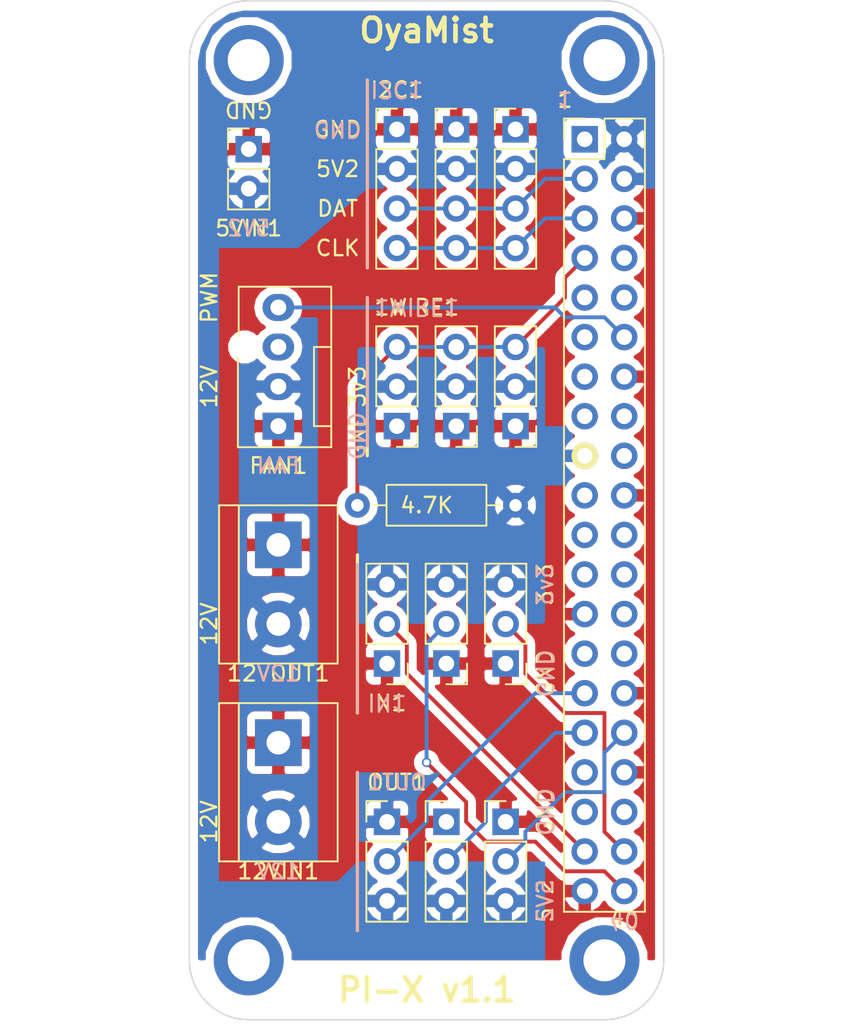
<source format=kicad_pcb>
(kicad_pcb (version 4) (host pcbnew 4.0.2-stable)

  (general
    (links 56)
    (no_connects 0)
    (area 88.214999 69.799999 118.795001 135.305001)
    (thickness 1.6)
    (drawings 60)
    (tracks 52)
    (zones 0)
    (modules 22)
    (nets 36)
  )

  (page A4)
  (layers
    (0 F.Cu signal)
    (31 B.Cu signal)
    (32 B.Adhes user hide)
    (33 F.Adhes user hide)
    (34 B.Paste user)
    (35 F.Paste user)
    (36 B.SilkS user)
    (37 F.SilkS user)
    (38 B.Mask user)
    (39 F.Mask user)
    (40 Dwgs.User user hide)
    (41 Cmts.User user hide)
    (42 Eco1.User user hide)
    (43 Eco2.User user hide)
    (44 Edge.Cuts user)
    (45 Margin user hide)
    (46 B.CrtYd user hide)
    (47 F.CrtYd user)
    (48 B.Fab user)
    (49 F.Fab user)
  )

  (setup
    (last_trace_width 0.25)
    (trace_clearance 0.2)
    (zone_clearance 0.508)
    (zone_45_only no)
    (trace_min 0.2)
    (segment_width 0.2)
    (edge_width 0.1)
    (via_size 0.6)
    (via_drill 0.4)
    (via_min_size 0.4)
    (via_min_drill 0.3)
    (uvia_size 0.3)
    (uvia_drill 0.1)
    (uvias_allowed no)
    (uvia_min_size 0.2)
    (uvia_min_drill 0.1)
    (pcb_text_width 0.3)
    (pcb_text_size 1.5 1.5)
    (mod_edge_width 0.15)
    (mod_text_size 1 1)
    (mod_text_width 0.15)
    (pad_size 1.7 1.7)
    (pad_drill 1)
    (pad_to_mask_clearance 0)
    (aux_axis_origin 0 0)
    (visible_elements 7FFEFF7F)
    (pcbplotparams
      (layerselection 0x00030_80000001)
      (usegerberextensions false)
      (excludeedgelayer true)
      (linewidth 0.100000)
      (plotframeref false)
      (viasonmask false)
      (mode 1)
      (useauxorigin false)
      (hpglpennumber 1)
      (hpglpenspeed 20)
      (hpglpendiameter 15)
      (hpglpenoverlay 2)
      (psnegative false)
      (psa4output false)
      (plotreference true)
      (plotvalue true)
      (plotinvisibletext false)
      (padsonsilk false)
      (subtractmaskfromsilk false)
      (outputformat 1)
      (mirror false)
      (drillshape 1)
      (scaleselection 1)
      (outputdirectory ""))
  )

  (net 0 "")
  (net 1 I2C_DAT)
  (net 2 I2C_CLK)
  (net 3 PI3V3)
  (net 4 1_WIRE)
  (net 5 TXD)
  (net 6 RXD)
  (net 7 PI11)
  (net 8 PWM)
  (net 9 PI13)
  (net 10 PI15)
  (net 11 PI16)
  (net 12 PI18)
  (net 13 MOSI)
  (net 14 MISO)
  (net 15 PI22)
  (net 16 SCLK)
  (net 17 CE0)
  (net 18 CE1)
  (net 19 ID_SD)
  (net 20 ID_SC)
  (net 21 OUTPUT1)
  (net 22 OUTPUT3)
  (net 23 OUTPUT2)
  (net 24 RELAY1)
  (net 25 RELAY2)
  (net 26 RELAY3)
  (net 27 INPUT1)
  (net 28 INPUT2)
  (net 29 INPUT3)
  (net 30 V12)
  (net 31 GND)
  (net 32 TACH)
  (net 33 5V2)
  (net 34 "Net-(PI_GPIO1-Pad1)")
  (net 35 "Net-(PI_GPIO1-Pad9)")

  (net_class Default "This is the default net class."
    (clearance 0.2)
    (trace_width 0.25)
    (via_dia 0.6)
    (via_drill 0.4)
    (uvia_dia 0.3)
    (uvia_drill 0.1)
    (add_net 1_WIRE)
    (add_net CE0)
    (add_net CE1)
    (add_net GND)
    (add_net I2C_CLK)
    (add_net I2C_DAT)
    (add_net ID_SC)
    (add_net ID_SD)
    (add_net INPUT1)
    (add_net INPUT2)
    (add_net INPUT3)
    (add_net MISO)
    (add_net MOSI)
    (add_net "Net-(PI_GPIO1-Pad1)")
    (add_net "Net-(PI_GPIO1-Pad9)")
    (add_net OUTPUT1)
    (add_net OUTPUT2)
    (add_net OUTPUT3)
    (add_net PI11)
    (add_net PI13)
    (add_net PI15)
    (add_net PI16)
    (add_net PI18)
    (add_net PI22)
    (add_net PWM)
    (add_net RELAY1)
    (add_net RELAY2)
    (add_net RELAY3)
    (add_net RXD)
    (add_net SCLK)
    (add_net TACH)
    (add_net TXD)
  )

  (net_class PWR1A ""
    (clearance 0.4)
    (trace_width 0.4)
    (via_dia 0.6)
    (via_drill 0.4)
    (uvia_dia 0.3)
    (uvia_drill 0.1)
    (add_net PI3V3)
  )

  (net_class PWR2A ""
    (clearance 0.5)
    (trace_width 1)
    (via_dia 0.6)
    (via_drill 0.4)
    (uvia_dia 0.3)
    (uvia_drill 0.1)
    (add_net 5V2)
    (add_net V12)
  )

  (module Mounting_Holes:MountingHole_2.7mm_M2.5_ISO14580_Pad (layer F.Cu) (tedit 5AD3FC05) (tstamp 5AD3F639)
    (at 92.075 73.66)
    (descr "Mounting Hole 2.7mm, M2.5, ISO14580")
    (tags "mounting hole 2.7mm m2.5 iso14580")
    (attr virtual)
    (fp_text reference REF** (at 0 -3.25) (layer F.SilkS) hide
      (effects (font (size 1 1) (thickness 0.15)))
    )
    (fp_text value MountingHole_2.7mm_M2.5_ISO14580_Pad (at 0 3.25) (layer F.Fab)
      (effects (font (size 1 1) (thickness 0.15)))
    )
    (fp_text user %R (at 0.3 0) (layer F.Fab) hide
      (effects (font (size 1 1) (thickness 0.15)))
    )
    (fp_circle (center 0 0) (end 2.25 0) (layer Cmts.User) (width 0.15))
    (fp_circle (center 0 0) (end 2.5 0) (layer F.CrtYd) (width 0.05))
    (pad 1 thru_hole circle (at 0 0) (size 4.5 4.5) (drill 2.7) (layers *.Cu *.Mask))
  )

  (module Mounting_Holes:MountingHole_2.7mm_M2.5_ISO14580_Pad (layer F.Cu) (tedit 5AD3FC17) (tstamp 5AD3F630)
    (at 92.075 131.445)
    (descr "Mounting Hole 2.7mm, M2.5, ISO14580")
    (tags "mounting hole 2.7mm m2.5 iso14580")
    (attr virtual)
    (fp_text reference REF** (at 0 -3.25) (layer F.SilkS) hide
      (effects (font (size 1 1) (thickness 0.15)))
    )
    (fp_text value MountingHole_2.7mm_M2.5_ISO14580_Pad (at 0 3.25) (layer F.Fab)
      (effects (font (size 1 1) (thickness 0.15)))
    )
    (fp_text user %R (at 0.3 0) (layer F.Fab) hide
      (effects (font (size 1 1) (thickness 0.15)))
    )
    (fp_circle (center 0 0) (end 2.25 0) (layer Cmts.User) (width 0.15))
    (fp_circle (center 0 0) (end 2.5 0) (layer F.CrtYd) (width 0.05))
    (pad 1 thru_hole circle (at 0 0) (size 4.5 4.5) (drill 2.7) (layers *.Cu *.Mask))
  )

  (module Mounting_Holes:MountingHole_2.7mm_M2.5_ISO14580_Pad (layer F.Cu) (tedit 5AD3FC11) (tstamp 5AD3F627)
    (at 114.935 131.445)
    (descr "Mounting Hole 2.7mm, M2.5, ISO14580")
    (tags "mounting hole 2.7mm m2.5 iso14580")
    (attr virtual)
    (fp_text reference REF** (at 0 -3.25) (layer F.SilkS) hide
      (effects (font (size 1 1) (thickness 0.15)))
    )
    (fp_text value MountingHole_2.7mm_M2.5_ISO14580_Pad (at 0 3.25) (layer F.Fab)
      (effects (font (size 1 1) (thickness 0.15)))
    )
    (fp_text user %R (at 0.3 0) (layer F.Fab) hide
      (effects (font (size 1 1) (thickness 0.15)))
    )
    (fp_circle (center 0 0) (end 2.25 0) (layer Cmts.User) (width 0.15))
    (fp_circle (center 0 0) (end 2.5 0) (layer F.CrtYd) (width 0.05))
    (pad 1 thru_hole circle (at 0 0) (size 4.5 4.5) (drill 2.7) (layers *.Cu *.Mask))
  )

  (module Pin_Headers:Pin_Header_Straight_1x03_Pitch2.54mm (layer F.Cu) (tedit 5AD369A9) (tstamp 5AD15A03)
    (at 100.965 122.555)
    (descr "Through hole straight pin header, 1x03, 2.54mm pitch, single row")
    (tags "Through hole pin header THT 1x03 2.54mm single row")
    (path /5AD14EA8)
    (fp_text reference OUT1 (at 0.635 -2.54 180) (layer F.SilkS)
      (effects (font (size 1 1) (thickness 0.15)))
    )
    (fp_text value CONN_01X03 (at 0 7.41) (layer F.Fab) hide
      (effects (font (size 1 1) (thickness 0.15)))
    )
    (fp_line (start -0.635 -1.27) (end 1.27 -1.27) (layer F.Fab) (width 0.1))
    (fp_line (start 1.27 -1.27) (end 1.27 6.35) (layer F.Fab) (width 0.1))
    (fp_line (start 1.27 6.35) (end -1.27 6.35) (layer F.Fab) (width 0.1))
    (fp_line (start -1.27 6.35) (end -1.27 -0.635) (layer F.Fab) (width 0.1))
    (fp_line (start -1.27 -0.635) (end -0.635 -1.27) (layer F.Fab) (width 0.1))
    (fp_line (start -1.33 6.41) (end 1.33 6.41) (layer F.SilkS) (width 0.12))
    (fp_line (start -1.33 1.27) (end -1.33 6.41) (layer F.SilkS) (width 0.12))
    (fp_line (start 1.33 1.27) (end 1.33 6.41) (layer F.SilkS) (width 0.12))
    (fp_line (start -1.33 1.27) (end 1.33 1.27) (layer F.SilkS) (width 0.12))
    (fp_line (start -1.33 0) (end -1.33 -1.33) (layer F.SilkS) (width 0.12))
    (fp_line (start -1.33 -1.33) (end 0 -1.33) (layer F.SilkS) (width 0.12))
    (fp_line (start -1.8 -1.8) (end -1.8 6.85) (layer F.CrtYd) (width 0.05))
    (fp_line (start -1.8 6.85) (end 1.8 6.85) (layer F.CrtYd) (width 0.05))
    (fp_line (start 1.8 6.85) (end 1.8 -1.8) (layer F.CrtYd) (width 0.05))
    (fp_line (start 1.8 -1.8) (end -1.8 -1.8) (layer F.CrtYd) (width 0.05))
    (fp_text user %R (at 0 2.54 90) (layer F.Fab)
      (effects (font (size 1 1) (thickness 0.15)))
    )
    (pad 1 thru_hole rect (at 0 0) (size 1.7 1.7) (drill 1) (layers *.Cu *.Mask)
      (net 31 GND))
    (pad 2 thru_hole oval (at 0 2.54) (size 1.7 1.7) (drill 1) (layers *.Cu *.Mask)
      (net 21 OUTPUT1))
    (pad 3 thru_hole oval (at 0 5.08) (size 1.7 1.7) (drill 1) (layers *.Cu *.Mask)
      (net 33 5V2))
    (model ${KISYS3DMOD}/Pin_Headers.3dshapes/Pin_Header_Straight_1x03_Pitch2.54mm.wrl
      (at (xyz 0 0 0))
      (scale (xyz 1 1 1))
      (rotate (xyz 0 0 0))
    )
  )

  (module Pin_Headers:Pin_Header_Straight_2x20_Pitch2.54mm (layer F.Cu) (tedit 5AD3590C) (tstamp 5AD0DBE4)
    (at 113.665 78.74)
    (descr "Through hole straight pin header, 2x20, 2.54mm pitch, double rows")
    (tags "Through hole pin header THT 2x20 2.54mm double row")
    (path /5AD0C205)
    (fp_text reference PI_GPIO1 (at 1.27 -2.33) (layer F.SilkS) hide
      (effects (font (size 1 1) (thickness 0.15)))
    )
    (fp_text value CONN_02X20 (at 1.27 50.59) (layer F.Fab) hide
      (effects (font (size 1 1) (thickness 0.15)))
    )
    (fp_line (start 0 -1.27) (end 3.81 -1.27) (layer F.Fab) (width 0.1))
    (fp_line (start 3.81 -1.27) (end 3.81 49.53) (layer F.Fab) (width 0.1))
    (fp_line (start 3.81 49.53) (end -1.27 49.53) (layer F.Fab) (width 0.1))
    (fp_line (start -1.27 49.53) (end -1.27 0) (layer F.Fab) (width 0.1))
    (fp_line (start -1.27 0) (end 0 -1.27) (layer F.Fab) (width 0.1))
    (fp_line (start -1.33 49.59) (end 3.87 49.59) (layer F.SilkS) (width 0.12))
    (fp_line (start -1.33 1.27) (end -1.33 49.59) (layer F.SilkS) (width 0.12))
    (fp_line (start 3.87 -1.33) (end 3.87 49.59) (layer F.SilkS) (width 0.12))
    (fp_line (start -1.33 1.27) (end 1.27 1.27) (layer F.SilkS) (width 0.12))
    (fp_line (start 1.27 1.27) (end 1.27 -1.33) (layer F.SilkS) (width 0.12))
    (fp_line (start 1.27 -1.33) (end 3.87 -1.33) (layer F.SilkS) (width 0.12))
    (fp_line (start -1.33 0) (end -1.33 -1.33) (layer F.SilkS) (width 0.12))
    (fp_line (start -1.33 -1.33) (end 0 -1.33) (layer F.SilkS) (width 0.12))
    (fp_line (start -1.8 -1.8) (end -1.8 50.05) (layer F.CrtYd) (width 0.05))
    (fp_line (start -1.8 50.05) (end 4.35 50.05) (layer F.CrtYd) (width 0.05))
    (fp_line (start 4.35 50.05) (end 4.35 -1.8) (layer F.CrtYd) (width 0.05))
    (fp_line (start 4.35 -1.8) (end -1.8 -1.8) (layer F.CrtYd) (width 0.05))
    (fp_text user %R (at 1.27 24.13 90) (layer F.Fab)
      (effects (font (size 1 1) (thickness 0.15)))
    )
    (pad 1 thru_hole rect (at 0 0) (size 1.7 1.7) (drill 1) (layers *.Cu *.Mask)
      (net 34 "Net-(PI_GPIO1-Pad1)"))
    (pad 2 thru_hole circle (at 2.54 0) (size 1.7 1.7) (drill 1) (layers *.Cu *.Mask)
      (net 33 5V2))
    (pad 3 thru_hole oval (at 0 2.54) (size 1.7 1.7) (drill 1) (layers *.Cu *.Mask)
      (net 1 I2C_DAT))
    (pad 4 thru_hole oval (at 2.54 2.54) (size 1.7 1.7) (drill 1) (layers *.Cu *.Mask)
      (net 33 5V2))
    (pad 5 thru_hole oval (at 0 5.08) (size 1.7 1.7) (drill 1) (layers *.Cu *.Mask)
      (net 2 I2C_CLK))
    (pad 6 thru_hole oval (at 2.54 5.08) (size 1.7 1.7) (drill 1) (layers *.Cu *.Mask)
      (net 31 GND))
    (pad 7 thru_hole oval (at 0 7.62) (size 1.7 1.7) (drill 1) (layers *.Cu *.Mask)
      (net 4 1_WIRE))
    (pad 8 thru_hole oval (at 2.54 7.62) (size 1.7 1.7) (drill 1) (layers *.Cu *.Mask)
      (net 5 TXD))
    (pad 9 thru_hole oval (at 0 10.16) (size 1.7 1.7) (drill 1) (layers *.Cu *.Mask)
      (net 35 "Net-(PI_GPIO1-Pad9)"))
    (pad 10 thru_hole oval (at 2.54 10.16) (size 1.7 1.7) (drill 1) (layers *.Cu *.Mask)
      (net 6 RXD))
    (pad 11 thru_hole oval (at 0 12.7) (size 1.7 1.7) (drill 1) (layers *.Cu *.Mask)
      (net 7 PI11))
    (pad 12 thru_hole oval (at 2.54 12.7) (size 1.7 1.7) (drill 1) (layers *.Cu *.Mask)
      (net 8 PWM))
    (pad 13 thru_hole oval (at 0 15.24) (size 1.7 1.7) (drill 1) (layers *.Cu *.Mask)
      (net 9 PI13))
    (pad 14 thru_hole oval (at 2.54 15.24) (size 1.7 1.7) (drill 1) (layers *.Cu *.Mask)
      (net 31 GND))
    (pad 15 thru_hole oval (at 0 17.78) (size 1.7 1.7) (drill 1) (layers *.Cu *.Mask)
      (net 10 PI15))
    (pad 16 thru_hole oval (at 2.54 17.78) (size 1.7 1.7) (drill 1) (layers *.Cu *.Mask)
      (net 11 PI16))
    (pad 17 thru_hole oval (at 0 20.32) (size 1.7 1.7) (drill 1) (layers *.Cu *.Mask F.SilkS)
      (net 3 PI3V3))
    (pad 18 thru_hole oval (at 2.54 20.32) (size 1.7 1.7) (drill 1) (layers *.Cu *.Mask)
      (net 12 PI18))
    (pad 19 thru_hole oval (at 0 22.86) (size 1.7 1.7) (drill 1) (layers *.Cu *.Mask)
      (net 13 MOSI))
    (pad 20 thru_hole oval (at 2.54 22.86) (size 1.7 1.7) (drill 1) (layers *.Cu *.Mask)
      (net 31 GND))
    (pad 21 thru_hole oval (at 0 25.4) (size 1.7 1.7) (drill 1) (layers *.Cu *.Mask)
      (net 14 MISO))
    (pad 22 thru_hole oval (at 2.54 25.4) (size 1.7 1.7) (drill 1) (layers *.Cu *.Mask)
      (net 15 PI22))
    (pad 23 thru_hole oval (at 0 27.94) (size 1.7 1.7) (drill 1) (layers *.Cu *.Mask)
      (net 16 SCLK))
    (pad 24 thru_hole oval (at 2.54 27.94) (size 1.7 1.7) (drill 1) (layers *.Cu *.Mask)
      (net 17 CE0))
    (pad 25 thru_hole oval (at 0 30.48) (size 1.7 1.7) (drill 1) (layers *.Cu *.Mask)
      (net 31 GND))
    (pad 26 thru_hole oval (at 2.54 30.48) (size 1.7 1.7) (drill 1) (layers *.Cu *.Mask)
      (net 18 CE1))
    (pad 27 thru_hole oval (at 0 33.02) (size 1.7 1.7) (drill 1) (layers *.Cu *.Mask)
      (net 19 ID_SD))
    (pad 28 thru_hole oval (at 2.54 33.02) (size 1.7 1.7) (drill 1) (layers *.Cu *.Mask)
      (net 20 ID_SC))
    (pad 29 thru_hole oval (at 0 35.56) (size 1.7 1.7) (drill 1) (layers *.Cu *.Mask)
      (net 21 OUTPUT1))
    (pad 30 thru_hole oval (at 2.54 35.56) (size 1.7 1.7) (drill 1) (layers *.Cu *.Mask)
      (net 31 GND))
    (pad 31 thru_hole oval (at 0 38.1) (size 1.7 1.7) (drill 1) (layers *.Cu *.Mask)
      (net 23 OUTPUT2))
    (pad 32 thru_hole oval (at 2.54 38.1) (size 1.7 1.7) (drill 1) (layers *.Cu *.Mask)
      (net 22 OUTPUT3))
    (pad 33 thru_hole oval (at 0 40.64) (size 1.7 1.7) (drill 1) (layers *.Cu *.Mask)
      (net 24 RELAY1))
    (pad 34 thru_hole oval (at 2.54 40.64) (size 1.7 1.7) (drill 1) (layers *.Cu *.Mask)
      (net 31 GND))
    (pad 35 thru_hole oval (at 0 43.18) (size 1.7 1.7) (drill 1) (layers *.Cu *.Mask)
      (net 25 RELAY2))
    (pad 36 thru_hole oval (at 2.54 43.18) (size 1.7 1.7) (drill 1) (layers *.Cu *.Mask)
      (net 26 RELAY3))
    (pad 37 thru_hole oval (at 0 45.72) (size 1.7 1.7) (drill 1) (layers *.Cu *.Mask)
      (net 27 INPUT1))
    (pad 38 thru_hole oval (at 2.54 45.72) (size 1.7 1.7) (drill 1) (layers *.Cu *.Mask)
      (net 29 INPUT3))
    (pad 39 thru_hole oval (at 0 48.26) (size 1.7 1.7) (drill 1) (layers *.Cu *.Mask)
      (net 31 GND))
    (pad 40 thru_hole oval (at 2.54 48.26) (size 1.7 1.7) (drill 1) (layers *.Cu *.Mask)
      (net 28 INPUT2))
    (model ${KISYS3DMOD}/Pin_Headers.3dshapes/Pin_Header_Straight_2x20_Pitch2.54mm.wrl
      (at (xyz 0 0 0))
      (scale (xyz 1 1 1))
      (rotate (xyz 0 0 0))
    )
  )

  (module Pin_Headers:Pin_Header_Straight_1x04_Pitch2.54mm (layer F.Cu) (tedit 5AD3690E) (tstamp 5AD0DBA6)
    (at 101.6 78.105)
    (descr "Through hole straight pin header, 1x04, 2.54mm pitch, single row")
    (tags "Through hole pin header THT 1x04 2.54mm single row")
    (path /5AD0BCB4)
    (fp_text reference I2C1 (at 0 -2.54) (layer F.SilkS)
      (effects (font (size 1 1) (thickness 0.15)))
    )
    (fp_text value CONN_01X04 (at 2.54 3.81 90) (layer F.Fab) hide
      (effects (font (size 1 1) (thickness 0.15)))
    )
    (fp_line (start -0.635 -1.27) (end 1.27 -1.27) (layer F.Fab) (width 0.1))
    (fp_line (start 1.27 -1.27) (end 1.27 8.89) (layer F.Fab) (width 0.1))
    (fp_line (start 1.27 8.89) (end -1.27 8.89) (layer F.Fab) (width 0.1))
    (fp_line (start -1.27 8.89) (end -1.27 -0.635) (layer F.Fab) (width 0.1))
    (fp_line (start -1.27 -0.635) (end -0.635 -1.27) (layer F.Fab) (width 0.1))
    (fp_line (start -1.33 8.95) (end 1.33 8.95) (layer F.SilkS) (width 0.12))
    (fp_line (start -1.33 1.27) (end -1.33 8.95) (layer F.SilkS) (width 0.12))
    (fp_line (start 1.33 1.27) (end 1.33 8.95) (layer F.SilkS) (width 0.12))
    (fp_line (start -1.33 1.27) (end 1.33 1.27) (layer F.SilkS) (width 0.12))
    (fp_line (start -1.33 0) (end -1.33 -1.33) (layer F.SilkS) (width 0.12))
    (fp_line (start -1.33 -1.33) (end 0 -1.33) (layer F.SilkS) (width 0.12))
    (fp_line (start -1.8 -1.8) (end -1.8 9.4) (layer F.CrtYd) (width 0.05))
    (fp_line (start -1.8 9.4) (end 1.8 9.4) (layer F.CrtYd) (width 0.05))
    (fp_line (start 1.8 9.4) (end 1.8 -1.8) (layer F.CrtYd) (width 0.05))
    (fp_line (start 1.8 -1.8) (end -1.8 -1.8) (layer F.CrtYd) (width 0.05))
    (fp_text user %R (at 0 3.81 90) (layer F.Fab)
      (effects (font (size 1 1) (thickness 0.15)))
    )
    (pad 1 thru_hole rect (at 0 0) (size 1.7 1.7) (drill 1) (layers *.Cu *.Mask)
      (net 31 GND))
    (pad 2 thru_hole oval (at 0 2.54) (size 1.7 1.7) (drill 1) (layers *.Cu *.Mask)
      (net 33 5V2))
    (pad 3 thru_hole oval (at 0 5.08) (size 1.7 1.7) (drill 1) (layers *.Cu *.Mask)
      (net 1 I2C_DAT))
    (pad 4 thru_hole oval (at 0 7.62) (size 1.7 1.7) (drill 1) (layers *.Cu *.Mask)
      (net 2 I2C_CLK))
    (model ${KISYS3DMOD}/Pin_Headers.3dshapes/Pin_Header_Straight_1x04_Pitch2.54mm.wrl
      (at (xyz 0 0 0))
      (scale (xyz 1 1 1))
      (rotate (xyz 0 0 0))
    )
  )

  (module Pin_Headers:Pin_Header_Straight_1x04_Pitch2.54mm (layer F.Cu) (tedit 5AD1EED5) (tstamp 5AD0E25F)
    (at 105.41 78.105)
    (descr "Through hole straight pin header, 1x04, 2.54mm pitch, single row")
    (tags "Through hole pin header THT 1x04 2.54mm single row")
    (path /5AD0E55A)
    (fp_text reference I2C2 (at 0 -2.54) (layer F.SilkS) hide
      (effects (font (size 1 1) (thickness 0.15)))
    )
    (fp_text value CONN_01X04 (at 2.54 3.81 90) (layer F.Fab) hide
      (effects (font (size 1 1) (thickness 0.15)))
    )
    (fp_line (start -0.635 -1.27) (end 1.27 -1.27) (layer F.Fab) (width 0.1))
    (fp_line (start 1.27 -1.27) (end 1.27 8.89) (layer F.Fab) (width 0.1))
    (fp_line (start 1.27 8.89) (end -1.27 8.89) (layer F.Fab) (width 0.1))
    (fp_line (start -1.27 8.89) (end -1.27 -0.635) (layer F.Fab) (width 0.1))
    (fp_line (start -1.27 -0.635) (end -0.635 -1.27) (layer F.Fab) (width 0.1))
    (fp_line (start -1.33 8.95) (end 1.33 8.95) (layer F.SilkS) (width 0.12))
    (fp_line (start -1.33 1.27) (end -1.33 8.95) (layer F.SilkS) (width 0.12))
    (fp_line (start 1.33 1.27) (end 1.33 8.95) (layer F.SilkS) (width 0.12))
    (fp_line (start -1.33 1.27) (end 1.33 1.27) (layer F.SilkS) (width 0.12))
    (fp_line (start -1.33 0) (end -1.33 -1.33) (layer F.SilkS) (width 0.12))
    (fp_line (start -1.33 -1.33) (end 0 -1.33) (layer F.SilkS) (width 0.12))
    (fp_line (start -1.8 -1.8) (end -1.8 9.4) (layer F.CrtYd) (width 0.05))
    (fp_line (start -1.8 9.4) (end 1.8 9.4) (layer F.CrtYd) (width 0.05))
    (fp_line (start 1.8 9.4) (end 1.8 -1.8) (layer F.CrtYd) (width 0.05))
    (fp_line (start 1.8 -1.8) (end -1.8 -1.8) (layer F.CrtYd) (width 0.05))
    (fp_text user %R (at 0 3.81 90) (layer F.Fab)
      (effects (font (size 1 1) (thickness 0.15)))
    )
    (pad 1 thru_hole rect (at 0 0) (size 1.7 1.7) (drill 1) (layers *.Cu *.Mask)
      (net 31 GND))
    (pad 2 thru_hole oval (at 0 2.54) (size 1.7 1.7) (drill 1) (layers *.Cu *.Mask)
      (net 33 5V2))
    (pad 3 thru_hole oval (at 0 5.08) (size 1.7 1.7) (drill 1) (layers *.Cu *.Mask)
      (net 1 I2C_DAT))
    (pad 4 thru_hole oval (at 0 7.62) (size 1.7 1.7) (drill 1) (layers *.Cu *.Mask)
      (net 2 I2C_CLK))
    (model ${KISYS3DMOD}/Pin_Headers.3dshapes/Pin_Header_Straight_1x04_Pitch2.54mm.wrl
      (at (xyz 0 0 0))
      (scale (xyz 1 1 1))
      (rotate (xyz 0 0 0))
    )
  )

  (module Pin_Headers:Pin_Header_Straight_1x04_Pitch2.54mm (layer F.Cu) (tedit 5AD368FD) (tstamp 5AD153B7)
    (at 109.22 78.105)
    (descr "Through hole straight pin header, 1x04, 2.54mm pitch, single row")
    (tags "Through hole pin header THT 1x04 2.54mm single row")
    (path /5AD14C4B)
    (fp_text reference I2C3 (at 0 10.16) (layer F.SilkS) hide
      (effects (font (size 1 1) (thickness 0.15)))
    )
    (fp_text value CONN_01X04 (at 0 9.95) (layer F.Fab) hide
      (effects (font (size 1 1) (thickness 0.15)))
    )
    (fp_line (start -0.635 -1.27) (end 1.27 -1.27) (layer F.Fab) (width 0.1))
    (fp_line (start 1.27 -1.27) (end 1.27 8.89) (layer F.Fab) (width 0.1))
    (fp_line (start 1.27 8.89) (end -1.27 8.89) (layer F.Fab) (width 0.1))
    (fp_line (start -1.27 8.89) (end -1.27 -0.635) (layer F.Fab) (width 0.1))
    (fp_line (start -1.27 -0.635) (end -0.635 -1.27) (layer F.Fab) (width 0.1))
    (fp_line (start -1.33 8.95) (end 1.33 8.95) (layer F.SilkS) (width 0.12))
    (fp_line (start -1.33 1.27) (end -1.33 8.95) (layer F.SilkS) (width 0.12))
    (fp_line (start 1.33 1.27) (end 1.33 8.95) (layer F.SilkS) (width 0.12))
    (fp_line (start -1.33 1.27) (end 1.33 1.27) (layer F.SilkS) (width 0.12))
    (fp_line (start -1.33 0) (end -1.33 -1.33) (layer F.SilkS) (width 0.12))
    (fp_line (start -1.33 -1.33) (end 0 -1.33) (layer F.SilkS) (width 0.12))
    (fp_line (start -1.8 -1.8) (end -1.8 9.4) (layer F.CrtYd) (width 0.05))
    (fp_line (start -1.8 9.4) (end 1.8 9.4) (layer F.CrtYd) (width 0.05))
    (fp_line (start 1.8 9.4) (end 1.8 -1.8) (layer F.CrtYd) (width 0.05))
    (fp_line (start 1.8 -1.8) (end -1.8 -1.8) (layer F.CrtYd) (width 0.05))
    (fp_text user %R (at 0 3.81 90) (layer F.Fab)
      (effects (font (size 1 1) (thickness 0.15)))
    )
    (pad 1 thru_hole rect (at 0 0) (size 1.7 1.7) (drill 1) (layers *.Cu *.Mask)
      (net 31 GND))
    (pad 2 thru_hole oval (at 0 2.54) (size 1.7 1.7) (drill 1) (layers *.Cu *.Mask)
      (net 33 5V2))
    (pad 3 thru_hole oval (at 0 5.08) (size 1.7 1.7) (drill 1) (layers *.Cu *.Mask)
      (net 1 I2C_DAT))
    (pad 4 thru_hole oval (at 0 7.62) (size 1.7 1.7) (drill 1) (layers *.Cu *.Mask)
      (net 2 I2C_CLK))
    (model ${KISYS3DMOD}/Pin_Headers.3dshapes/Pin_Header_Straight_1x04_Pitch2.54mm.wrl
      (at (xyz 0 0 0))
      (scale (xyz 1 1 1))
      (rotate (xyz 0 0 0))
    )
  )

  (module Resistors_ThroughHole:R_Axial_DIN0207_L6.3mm_D2.5mm_P10.16mm_Horizontal (layer F.Cu) (tedit 5AD369EB) (tstamp 5AD154A2)
    (at 109.22 102.235 180)
    (descr "Resistor, Axial_DIN0207 series, Axial, Horizontal, pin pitch=10.16mm, 0.25W = 1/4W, length*diameter=6.3*2.5mm^2, http://cdn-reichelt.de/documents/datenblatt/B400/1_4W%23YAG.pdf")
    (tags "Resistor Axial_DIN0207 series Axial Horizontal pin pitch 10.16mm 0.25W = 1/4W length 6.3mm diameter 2.5mm")
    (path /5AD149D6)
    (fp_text reference R1 (at 5.08 0 180) (layer F.SilkS) hide
      (effects (font (size 1 1) (thickness 0.15)))
    )
    (fp_text value 4.7K (at 5.08 2.31 180) (layer F.Fab)
      (effects (font (size 1 1) (thickness 0.15)))
    )
    (fp_line (start 1.93 -1.25) (end 1.93 1.25) (layer F.Fab) (width 0.1))
    (fp_line (start 1.93 1.25) (end 8.23 1.25) (layer F.Fab) (width 0.1))
    (fp_line (start 8.23 1.25) (end 8.23 -1.25) (layer F.Fab) (width 0.1))
    (fp_line (start 8.23 -1.25) (end 1.93 -1.25) (layer F.Fab) (width 0.1))
    (fp_line (start 0 0) (end 1.93 0) (layer F.Fab) (width 0.1))
    (fp_line (start 10.16 0) (end 8.23 0) (layer F.Fab) (width 0.1))
    (fp_line (start 1.87 -1.31) (end 1.87 1.31) (layer F.SilkS) (width 0.12))
    (fp_line (start 1.87 1.31) (end 8.29 1.31) (layer F.SilkS) (width 0.12))
    (fp_line (start 8.29 1.31) (end 8.29 -1.31) (layer F.SilkS) (width 0.12))
    (fp_line (start 8.29 -1.31) (end 1.87 -1.31) (layer F.SilkS) (width 0.12))
    (fp_line (start 0.98 0) (end 1.87 0) (layer F.SilkS) (width 0.12))
    (fp_line (start 9.18 0) (end 8.29 0) (layer F.SilkS) (width 0.12))
    (fp_line (start -1.05 -1.6) (end -1.05 1.6) (layer F.CrtYd) (width 0.05))
    (fp_line (start -1.05 1.6) (end 11.25 1.6) (layer F.CrtYd) (width 0.05))
    (fp_line (start 11.25 1.6) (end 11.25 -1.6) (layer F.CrtYd) (width 0.05))
    (fp_line (start 11.25 -1.6) (end -1.05 -1.6) (layer F.CrtYd) (width 0.05))
    (pad 1 thru_hole circle (at 0 0 180) (size 1.6 1.6) (drill 0.8) (layers *.Cu *.Mask)
      (net 3 PI3V3))
    (pad 2 thru_hole oval (at 10.16 0 180) (size 1.6 1.6) (drill 0.8) (layers *.Cu *.Mask)
      (net 4 1_WIRE))
    (model ${KISYS3DMOD}/Resistors_THT.3dshapes/R_Axial_DIN0207_L6.3mm_D2.5mm_P10.16mm_Horizontal.wrl
      (at (xyz 0 0 0))
      (scale (xyz 0.393701 0.393701 0.393701))
      (rotate (xyz 0 0 0))
    )
  )

  (module Pin_Headers:Pin_Header_Straight_1x03_Pitch2.54mm (layer F.Cu) (tedit 5AD3683B) (tstamp 5AD1595A)
    (at 101.6 97.155 180)
    (descr "Through hole straight pin header, 1x03, 2.54mm pitch, single row")
    (tags "Through hole pin header THT 1x03 2.54mm single row")
    (path /5AD145BD)
    (fp_text reference 1WIRE1 (at -1.27 7.62 180) (layer F.SilkS)
      (effects (font (size 1 1) (thickness 0.15)))
    )
    (fp_text value CONN_01X03 (at 0 7.41 180) (layer F.Fab) hide
      (effects (font (size 1 1) (thickness 0.15)))
    )
    (fp_line (start -0.635 -1.27) (end 1.27 -1.27) (layer F.Fab) (width 0.1))
    (fp_line (start 1.27 -1.27) (end 1.27 6.35) (layer F.Fab) (width 0.1))
    (fp_line (start 1.27 6.35) (end -1.27 6.35) (layer F.Fab) (width 0.1))
    (fp_line (start -1.27 6.35) (end -1.27 -0.635) (layer F.Fab) (width 0.1))
    (fp_line (start -1.27 -0.635) (end -0.635 -1.27) (layer F.Fab) (width 0.1))
    (fp_line (start -1.33 6.41) (end 1.33 6.41) (layer F.SilkS) (width 0.12))
    (fp_line (start -1.33 1.27) (end -1.33 6.41) (layer F.SilkS) (width 0.12))
    (fp_line (start 1.33 1.27) (end 1.33 6.41) (layer F.SilkS) (width 0.12))
    (fp_line (start -1.33 1.27) (end 1.33 1.27) (layer F.SilkS) (width 0.12))
    (fp_line (start -1.33 0) (end -1.33 -1.33) (layer F.SilkS) (width 0.12))
    (fp_line (start -1.33 -1.33) (end 0 -1.33) (layer F.SilkS) (width 0.12))
    (fp_line (start -1.8 -1.8) (end -1.8 6.85) (layer F.CrtYd) (width 0.05))
    (fp_line (start -1.8 6.85) (end 1.8 6.85) (layer F.CrtYd) (width 0.05))
    (fp_line (start 1.8 6.85) (end 1.8 -1.8) (layer F.CrtYd) (width 0.05))
    (fp_line (start 1.8 -1.8) (end -1.8 -1.8) (layer F.CrtYd) (width 0.05))
    (fp_text user %R (at 0 2.54 270) (layer F.Fab)
      (effects (font (size 1 1) (thickness 0.15)))
    )
    (pad 1 thru_hole rect (at 0 0 180) (size 1.7 1.7) (drill 1) (layers *.Cu *.Mask)
      (net 31 GND))
    (pad 2 thru_hole oval (at 0 2.54 180) (size 1.7 1.7) (drill 1) (layers *.Cu *.Mask)
      (net 3 PI3V3))
    (pad 3 thru_hole oval (at 0 5.08 180) (size 1.7 1.7) (drill 1) (layers *.Cu *.Mask)
      (net 4 1_WIRE))
    (model ${KISYS3DMOD}/Pin_Headers.3dshapes/Pin_Header_Straight_1x03_Pitch2.54mm.wrl
      (at (xyz 0 0 0))
      (scale (xyz 1 1 1))
      (rotate (xyz 0 0 0))
    )
  )

  (module Pin_Headers:Pin_Header_Straight_1x03_Pitch2.54mm (layer F.Cu) (tedit 5AD16331) (tstamp 5AD15971)
    (at 105.41 97.155 180)
    (descr "Through hole straight pin header, 1x03, 2.54mm pitch, single row")
    (tags "Through hole pin header THT 1x03 2.54mm single row")
    (path /5AD142D1)
    (fp_text reference 1WIRE2 (at 0 -2.33 180) (layer F.SilkS) hide
      (effects (font (size 1 1) (thickness 0.15)))
    )
    (fp_text value CONN_01X03 (at 0 7.41 180) (layer F.Fab) hide
      (effects (font (size 1 1) (thickness 0.15)))
    )
    (fp_line (start -0.635 -1.27) (end 1.27 -1.27) (layer F.Fab) (width 0.1))
    (fp_line (start 1.27 -1.27) (end 1.27 6.35) (layer F.Fab) (width 0.1))
    (fp_line (start 1.27 6.35) (end -1.27 6.35) (layer F.Fab) (width 0.1))
    (fp_line (start -1.27 6.35) (end -1.27 -0.635) (layer F.Fab) (width 0.1))
    (fp_line (start -1.27 -0.635) (end -0.635 -1.27) (layer F.Fab) (width 0.1))
    (fp_line (start -1.33 6.41) (end 1.33 6.41) (layer F.SilkS) (width 0.12))
    (fp_line (start -1.33 1.27) (end -1.33 6.41) (layer F.SilkS) (width 0.12))
    (fp_line (start 1.33 1.27) (end 1.33 6.41) (layer F.SilkS) (width 0.12))
    (fp_line (start -1.33 1.27) (end 1.33 1.27) (layer F.SilkS) (width 0.12))
    (fp_line (start -1.33 0) (end -1.33 -1.33) (layer F.SilkS) (width 0.12))
    (fp_line (start -1.33 -1.33) (end 0 -1.33) (layer F.SilkS) (width 0.12))
    (fp_line (start -1.8 -1.8) (end -1.8 6.85) (layer F.CrtYd) (width 0.05))
    (fp_line (start -1.8 6.85) (end 1.8 6.85) (layer F.CrtYd) (width 0.05))
    (fp_line (start 1.8 6.85) (end 1.8 -1.8) (layer F.CrtYd) (width 0.05))
    (fp_line (start 1.8 -1.8) (end -1.8 -1.8) (layer F.CrtYd) (width 0.05))
    (fp_text user %R (at 0 2.54 270) (layer F.Fab)
      (effects (font (size 1 1) (thickness 0.15)))
    )
    (pad 1 thru_hole rect (at 0 0 180) (size 1.7 1.7) (drill 1) (layers *.Cu *.Mask)
      (net 31 GND))
    (pad 2 thru_hole oval (at 0 2.54 180) (size 1.7 1.7) (drill 1) (layers *.Cu *.Mask)
      (net 3 PI3V3))
    (pad 3 thru_hole oval (at 0 5.08 180) (size 1.7 1.7) (drill 1) (layers *.Cu *.Mask)
      (net 4 1_WIRE))
    (model ${KISYS3DMOD}/Pin_Headers.3dshapes/Pin_Header_Straight_1x03_Pitch2.54mm.wrl
      (at (xyz 0 0 0))
      (scale (xyz 1 1 1))
      (rotate (xyz 0 0 0))
    )
  )

  (module Pin_Headers:Pin_Header_Straight_1x03_Pitch2.54mm (layer F.Cu) (tedit 5AD35B6C) (tstamp 5AD15988)
    (at 109.22 97.155 180)
    (descr "Through hole straight pin header, 1x03, 2.54mm pitch, single row")
    (tags "Through hole pin header THT 1x03 2.54mm single row")
    (path /5AD14625)
    (fp_text reference 1WIRE3 (at 0 -2.33 180) (layer F.SilkS) hide
      (effects (font (size 1 1) (thickness 0.15)))
    )
    (fp_text value CONN_01X03 (at 0 7.41 180) (layer F.Fab) hide
      (effects (font (size 1 1) (thickness 0.15)))
    )
    (fp_line (start -0.635 -1.27) (end 1.27 -1.27) (layer F.Fab) (width 0.1))
    (fp_line (start 1.27 -1.27) (end 1.27 6.35) (layer F.Fab) (width 0.1))
    (fp_line (start 1.27 6.35) (end -1.27 6.35) (layer F.Fab) (width 0.1))
    (fp_line (start -1.27 6.35) (end -1.27 -0.635) (layer F.Fab) (width 0.1))
    (fp_line (start -1.27 -0.635) (end -0.635 -1.27) (layer F.Fab) (width 0.1))
    (fp_line (start -1.33 6.41) (end 1.33 6.41) (layer F.SilkS) (width 0.12))
    (fp_line (start -1.33 1.27) (end -1.33 6.41) (layer F.SilkS) (width 0.12))
    (fp_line (start 1.33 1.27) (end 1.33 6.41) (layer F.SilkS) (width 0.12))
    (fp_line (start -1.33 1.27) (end 1.33 1.27) (layer F.SilkS) (width 0.12))
    (fp_line (start -1.33 0) (end -1.33 -1.33) (layer F.SilkS) (width 0.12))
    (fp_line (start -1.33 -1.33) (end 0 -1.33) (layer F.SilkS) (width 0.12))
    (fp_line (start -1.8 -1.8) (end -1.8 6.85) (layer F.CrtYd) (width 0.05))
    (fp_line (start -1.8 6.85) (end 1.8 6.85) (layer F.CrtYd) (width 0.05))
    (fp_line (start 1.8 6.85) (end 1.8 -1.8) (layer F.CrtYd) (width 0.05))
    (fp_line (start 1.8 -1.8) (end -1.8 -1.8) (layer F.CrtYd) (width 0.05))
    (fp_text user %R (at 0 2.54 270) (layer F.Fab)
      (effects (font (size 1 1) (thickness 0.15)))
    )
    (pad 1 thru_hole rect (at 0 0 180) (size 1.7 1.7) (drill 1) (layers *.Cu *.Mask)
      (net 31 GND))
    (pad 2 thru_hole oval (at 0 2.54 180) (size 1.7 1.7) (drill 1) (layers *.Cu *.Mask)
      (net 3 PI3V3))
    (pad 3 thru_hole oval (at 0 5.08 180) (size 1.7 1.7) (drill 1) (layers *.Cu *.Mask)
      (net 4 1_WIRE))
    (model ${KISYS3DMOD}/Pin_Headers.3dshapes/Pin_Header_Straight_1x03_Pitch2.54mm.wrl
      (at (xyz 0 0 0))
      (scale (xyz 1 1 1))
      (rotate (xyz 0 0 0))
    )
  )

  (module Connect:Fan_Pin_Header_Straight_1x04 (layer F.Cu) (tedit 5AD3596F) (tstamp 5AD159A7)
    (at 93.98 97.155 180)
    (descr "4-pin CPU fan Through hole pin header")
    (tags "pin header 4-pin CPU fan")
    (path /5AD174AD)
    (fp_text reference FAN1 (at 0 -2.54 180) (layer F.SilkS)
      (effects (font (size 1 1) (thickness 0.15)))
    )
    (fp_text value CONN_01X04 (at 0 9.8 180) (layer F.Fab) hide
      (effects (font (size 1 1) (thickness 0.15)))
    )
    (fp_text user %R (at 0 -2.1 180) (layer F.Fab)
      (effects (font (size 1 1) (thickness 0.15)))
    )
    (fp_line (start 2.6 -1.35) (end 2.6 4.4) (layer F.SilkS) (width 0.12))
    (fp_line (start 2.55 5.75) (end 2.55 8.95) (layer F.SilkS) (width 0.12))
    (fp_line (start 2.55 8.95) (end -3.4 8.95) (layer F.SilkS) (width 0.12))
    (fp_line (start -3.4 8.95) (end -3.4 -1.35) (layer F.SilkS) (width 0.12))
    (fp_line (start -3.4 -1.35) (end 2.6 -1.35) (layer F.SilkS) (width 0.12))
    (fp_line (start -3.3 5.1) (end -2.3 5.1) (layer F.Fab) (width 0.1))
    (fp_line (start -2.3 5.1) (end -2.3 0) (layer F.Fab) (width 0.1))
    (fp_line (start -2.3 0) (end -3.3 0) (layer F.Fab) (width 0.1))
    (fp_line (start 2.5 5.75) (end 2.5 8.85) (layer F.Fab) (width 0.1))
    (fp_line (start 2.5 8.85) (end -3.3 8.85) (layer F.Fab) (width 0.1))
    (fp_line (start -3.3 8.85) (end -3.3 -1.2) (layer F.Fab) (width 0.1))
    (fp_line (start -3.3 -1.2) (end -3.3 -1.25) (layer F.Fab) (width 0.1))
    (fp_line (start -3.3 -1.25) (end 2.5 -1.25) (layer F.Fab) (width 0.1))
    (fp_line (start 2.5 -1.25) (end 2.5 4.4) (layer F.Fab) (width 0.1))
    (fp_line (start -3.3 0) (end -2.29 0) (layer F.SilkS) (width 0.12))
    (fp_line (start -2.29 0) (end -2.29 5.08) (layer F.SilkS) (width 0.12))
    (fp_line (start -2.29 5.08) (end -3.3 5.08) (layer F.SilkS) (width 0.12))
    (fp_line (start -3.8 -1.75) (end 3.68 -1.75) (layer F.CrtYd) (width 0.05))
    (fp_line (start -3.8 -1.75) (end -3.8 9.35) (layer F.CrtYd) (width 0.05))
    (fp_line (start 3.68 9.35) (end 3.68 -1.75) (layer F.CrtYd) (width 0.05))
    (fp_line (start 3.68 9.35) (end -3.8 9.35) (layer F.CrtYd) (width 0.05))
    (pad 1 thru_hole rect (at 0 0 180) (size 2.03 1.73) (drill 1.02) (layers *.Cu *.Mask)
      (net 31 GND))
    (pad 2 thru_hole oval (at 0 2.54 180) (size 2.03 1.73) (drill 1.02) (layers *.Cu *.Mask)
      (net 30 V12))
    (pad 3 thru_hole oval (at 0 5.08 180) (size 2.03 1.73) (drill 1.02) (layers *.Cu *.Mask)
      (net 32 TACH))
    (pad 4 thru_hole oval (at 0 7.62 180) (size 2.03 1.73) (drill 1.02) (layers *.Cu *.Mask)
      (net 8 PWM))
    (pad "" np_thru_hole circle (at 2.16 5.08 180) (size 1.1 1.1) (drill 1.1) (layers *.Cu *.Mask))
    (model Connectors.3dshapes\Fan_Pin_Header_Straight_1x04.wrl
      (at (xyz 0 0 0))
      (scale (xyz 0.39 0.39 0.39))
      (rotate (xyz 0 0 -90))
    )
  )

  (module Pin_Headers:Pin_Header_Straight_1x03_Pitch2.54mm (layer F.Cu) (tedit 5AD36885) (tstamp 5AD159BE)
    (at 100.965 112.395 180)
    (descr "Through hole straight pin header, 1x03, 2.54mm pitch, single row")
    (tags "Through hole pin header THT 1x03 2.54mm single row")
    (path /5AD161E3)
    (fp_text reference IN1 (at 0 -2.54 180) (layer F.SilkS)
      (effects (font (size 1 1) (thickness 0.15)))
    )
    (fp_text value CONN_01X03 (at 0 7.41 180) (layer F.Fab) hide
      (effects (font (size 1 1) (thickness 0.15)))
    )
    (fp_line (start -0.635 -1.27) (end 1.27 -1.27) (layer F.Fab) (width 0.1))
    (fp_line (start 1.27 -1.27) (end 1.27 6.35) (layer F.Fab) (width 0.1))
    (fp_line (start 1.27 6.35) (end -1.27 6.35) (layer F.Fab) (width 0.1))
    (fp_line (start -1.27 6.35) (end -1.27 -0.635) (layer F.Fab) (width 0.1))
    (fp_line (start -1.27 -0.635) (end -0.635 -1.27) (layer F.Fab) (width 0.1))
    (fp_line (start -1.33 6.41) (end 1.33 6.41) (layer F.SilkS) (width 0.12))
    (fp_line (start -1.33 1.27) (end -1.33 6.41) (layer F.SilkS) (width 0.12))
    (fp_line (start 1.33 1.27) (end 1.33 6.41) (layer F.SilkS) (width 0.12))
    (fp_line (start -1.33 1.27) (end 1.33 1.27) (layer F.SilkS) (width 0.12))
    (fp_line (start -1.33 0) (end -1.33 -1.33) (layer F.SilkS) (width 0.12))
    (fp_line (start -1.33 -1.33) (end 0 -1.33) (layer F.SilkS) (width 0.12))
    (fp_line (start -1.8 -1.8) (end -1.8 6.85) (layer F.CrtYd) (width 0.05))
    (fp_line (start -1.8 6.85) (end 1.8 6.85) (layer F.CrtYd) (width 0.05))
    (fp_line (start 1.8 6.85) (end 1.8 -1.8) (layer F.CrtYd) (width 0.05))
    (fp_line (start 1.8 -1.8) (end -1.8 -1.8) (layer F.CrtYd) (width 0.05))
    (fp_text user %R (at 0 2.54 270) (layer F.Fab)
      (effects (font (size 1 1) (thickness 0.15)))
    )
    (pad 1 thru_hole rect (at 0 0 180) (size 1.7 1.7) (drill 1) (layers *.Cu *.Mask)
      (net 31 GND))
    (pad 2 thru_hole oval (at 0 2.54 180) (size 1.7 1.7) (drill 1) (layers *.Cu *.Mask)
      (net 27 INPUT1))
    (pad 3 thru_hole oval (at 0 5.08 180) (size 1.7 1.7) (drill 1) (layers *.Cu *.Mask)
      (net 3 PI3V3))
    (model ${KISYS3DMOD}/Pin_Headers.3dshapes/Pin_Header_Straight_1x03_Pitch2.54mm.wrl
      (at (xyz 0 0 0))
      (scale (xyz 1 1 1))
      (rotate (xyz 0 0 0))
    )
  )

  (module Pin_Headers:Pin_Header_Straight_1x03_Pitch2.54mm (layer F.Cu) (tedit 5AD34BA7) (tstamp 5AD159D5)
    (at 104.775 112.395 180)
    (descr "Through hole straight pin header, 1x03, 2.54mm pitch, single row")
    (tags "Through hole pin header THT 1x03 2.54mm single row")
    (path /5AD161EC)
    (fp_text reference IN2 (at 0 7.62 180) (layer F.SilkS) hide
      (effects (font (size 1 1) (thickness 0.15)))
    )
    (fp_text value CONN_01X03 (at 0 7.41 180) (layer F.Fab) hide
      (effects (font (size 1 1) (thickness 0.15)))
    )
    (fp_line (start -0.635 -1.27) (end 1.27 -1.27) (layer F.Fab) (width 0.1))
    (fp_line (start 1.27 -1.27) (end 1.27 6.35) (layer F.Fab) (width 0.1))
    (fp_line (start 1.27 6.35) (end -1.27 6.35) (layer F.Fab) (width 0.1))
    (fp_line (start -1.27 6.35) (end -1.27 -0.635) (layer F.Fab) (width 0.1))
    (fp_line (start -1.27 -0.635) (end -0.635 -1.27) (layer F.Fab) (width 0.1))
    (fp_line (start -1.33 6.41) (end 1.33 6.41) (layer F.SilkS) (width 0.12))
    (fp_line (start -1.33 1.27) (end -1.33 6.41) (layer F.SilkS) (width 0.12))
    (fp_line (start 1.33 1.27) (end 1.33 6.41) (layer F.SilkS) (width 0.12))
    (fp_line (start -1.33 1.27) (end 1.33 1.27) (layer F.SilkS) (width 0.12))
    (fp_line (start -1.33 0) (end -1.33 -1.33) (layer F.SilkS) (width 0.12))
    (fp_line (start -1.33 -1.33) (end 0 -1.33) (layer F.SilkS) (width 0.12))
    (fp_line (start -1.8 -1.8) (end -1.8 6.85) (layer F.CrtYd) (width 0.05))
    (fp_line (start -1.8 6.85) (end 1.8 6.85) (layer F.CrtYd) (width 0.05))
    (fp_line (start 1.8 6.85) (end 1.8 -1.8) (layer F.CrtYd) (width 0.05))
    (fp_line (start 1.8 -1.8) (end -1.8 -1.8) (layer F.CrtYd) (width 0.05))
    (fp_text user %R (at 0 2.54 270) (layer F.Fab)
      (effects (font (size 1 1) (thickness 0.15)))
    )
    (pad 1 thru_hole rect (at 0 0 180) (size 1.7 1.7) (drill 1) (layers *.Cu *.Mask)
      (net 31 GND))
    (pad 2 thru_hole oval (at 0 2.54 180) (size 1.7 1.7) (drill 1) (layers *.Cu *.Mask)
      (net 28 INPUT2))
    (pad 3 thru_hole oval (at 0 5.08 180) (size 1.7 1.7) (drill 1) (layers *.Cu *.Mask)
      (net 3 PI3V3))
    (model ${KISYS3DMOD}/Pin_Headers.3dshapes/Pin_Header_Straight_1x03_Pitch2.54mm.wrl
      (at (xyz 0 0 0))
      (scale (xyz 1 1 1))
      (rotate (xyz 0 0 0))
    )
  )

  (module Pin_Headers:Pin_Header_Straight_1x03_Pitch2.54mm (layer F.Cu) (tedit 5AD36B11) (tstamp 5AD159EC)
    (at 108.585 112.395 180)
    (descr "Through hole straight pin header, 1x03, 2.54mm pitch, single row")
    (tags "Through hole pin header THT 1x03 2.54mm single row")
    (path /5AD161F5)
    (fp_text reference IN3 (at -0.635 -2.54 180) (layer F.SilkS) hide
      (effects (font (size 1 1) (thickness 0.15)))
    )
    (fp_text value CONN_01X03 (at 0 7.41 180) (layer F.Fab) hide
      (effects (font (size 1 1) (thickness 0.15)))
    )
    (fp_line (start -0.635 -1.27) (end 1.27 -1.27) (layer F.Fab) (width 0.1))
    (fp_line (start 1.27 -1.27) (end 1.27 6.35) (layer F.Fab) (width 0.1))
    (fp_line (start 1.27 6.35) (end -1.27 6.35) (layer F.Fab) (width 0.1))
    (fp_line (start -1.27 6.35) (end -1.27 -0.635) (layer F.Fab) (width 0.1))
    (fp_line (start -1.27 -0.635) (end -0.635 -1.27) (layer F.Fab) (width 0.1))
    (fp_line (start -1.33 6.41) (end 1.33 6.41) (layer F.SilkS) (width 0.12))
    (fp_line (start -1.33 1.27) (end -1.33 6.41) (layer F.SilkS) (width 0.12))
    (fp_line (start 1.33 1.27) (end 1.33 6.41) (layer F.SilkS) (width 0.12))
    (fp_line (start -1.33 1.27) (end 1.33 1.27) (layer F.SilkS) (width 0.12))
    (fp_line (start -1.33 0) (end -1.33 -1.33) (layer F.SilkS) (width 0.12))
    (fp_line (start -1.33 -1.33) (end 0 -1.33) (layer F.SilkS) (width 0.12))
    (fp_line (start -1.8 -1.8) (end -1.8 6.85) (layer F.CrtYd) (width 0.05))
    (fp_line (start -1.8 6.85) (end 1.8 6.85) (layer F.CrtYd) (width 0.05))
    (fp_line (start 1.8 6.85) (end 1.8 -1.8) (layer F.CrtYd) (width 0.05))
    (fp_line (start 1.8 -1.8) (end -1.8 -1.8) (layer F.CrtYd) (width 0.05))
    (fp_text user %R (at 0 2.54 270) (layer F.Fab)
      (effects (font (size 1 1) (thickness 0.15)))
    )
    (pad 1 thru_hole rect (at 0 0 180) (size 1.7 1.7) (drill 1) (layers *.Cu *.Mask)
      (net 31 GND))
    (pad 2 thru_hole oval (at 0 2.54 180) (size 1.7 1.7) (drill 1) (layers *.Cu *.Mask)
      (net 29 INPUT3))
    (pad 3 thru_hole oval (at 0 5.08 180) (size 1.7 1.7) (drill 1) (layers *.Cu *.Mask)
      (net 3 PI3V3))
    (model ${KISYS3DMOD}/Pin_Headers.3dshapes/Pin_Header_Straight_1x03_Pitch2.54mm.wrl
      (at (xyz 0 0 0))
      (scale (xyz 1 1 1))
      (rotate (xyz 0 0 0))
    )
  )

  (module Pin_Headers:Pin_Header_Straight_1x03_Pitch2.54mm (layer F.Cu) (tedit 5AD34C11) (tstamp 5AD15A1A)
    (at 104.775 122.555)
    (descr "Through hole straight pin header, 1x03, 2.54mm pitch, single row")
    (tags "Through hole pin header THT 1x03 2.54mm single row")
    (path /5AD1570C)
    (fp_text reference OUT2 (at 0 7.62) (layer F.SilkS) hide
      (effects (font (size 1 1) (thickness 0.15)))
    )
    (fp_text value CONN_01X03 (at 0 7.41) (layer F.Fab) hide
      (effects (font (size 1 1) (thickness 0.15)))
    )
    (fp_line (start -0.635 -1.27) (end 1.27 -1.27) (layer F.Fab) (width 0.1))
    (fp_line (start 1.27 -1.27) (end 1.27 6.35) (layer F.Fab) (width 0.1))
    (fp_line (start 1.27 6.35) (end -1.27 6.35) (layer F.Fab) (width 0.1))
    (fp_line (start -1.27 6.35) (end -1.27 -0.635) (layer F.Fab) (width 0.1))
    (fp_line (start -1.27 -0.635) (end -0.635 -1.27) (layer F.Fab) (width 0.1))
    (fp_line (start -1.33 6.41) (end 1.33 6.41) (layer F.SilkS) (width 0.12))
    (fp_line (start -1.33 1.27) (end -1.33 6.41) (layer F.SilkS) (width 0.12))
    (fp_line (start 1.33 1.27) (end 1.33 6.41) (layer F.SilkS) (width 0.12))
    (fp_line (start -1.33 1.27) (end 1.33 1.27) (layer F.SilkS) (width 0.12))
    (fp_line (start -1.33 0) (end -1.33 -1.33) (layer F.SilkS) (width 0.12))
    (fp_line (start -1.33 -1.33) (end 0 -1.33) (layer F.SilkS) (width 0.12))
    (fp_line (start -1.8 -1.8) (end -1.8 6.85) (layer F.CrtYd) (width 0.05))
    (fp_line (start -1.8 6.85) (end 1.8 6.85) (layer F.CrtYd) (width 0.05))
    (fp_line (start 1.8 6.85) (end 1.8 -1.8) (layer F.CrtYd) (width 0.05))
    (fp_line (start 1.8 -1.8) (end -1.8 -1.8) (layer F.CrtYd) (width 0.05))
    (fp_text user %R (at 0 2.54 90) (layer F.Fab)
      (effects (font (size 1 1) (thickness 0.15)))
    )
    (pad 1 thru_hole rect (at 0 0) (size 1.7 1.7) (drill 1) (layers *.Cu *.Mask)
      (net 31 GND))
    (pad 2 thru_hole oval (at 0 2.54) (size 1.7 1.7) (drill 1) (layers *.Cu *.Mask)
      (net 23 OUTPUT2))
    (pad 3 thru_hole oval (at 0 5.08) (size 1.7 1.7) (drill 1) (layers *.Cu *.Mask)
      (net 33 5V2))
    (model ${KISYS3DMOD}/Pin_Headers.3dshapes/Pin_Header_Straight_1x03_Pitch2.54mm.wrl
      (at (xyz 0 0 0))
      (scale (xyz 1 1 1))
      (rotate (xyz 0 0 0))
    )
  )

  (module Pin_Headers:Pin_Header_Straight_1x03_Pitch2.54mm (layer F.Cu) (tedit 5AD36B06) (tstamp 5AD15A31)
    (at 108.585 122.555)
    (descr "Through hole straight pin header, 1x03, 2.54mm pitch, single row")
    (tags "Through hole pin header THT 1x03 2.54mm single row")
    (path /5AD157A6)
    (fp_text reference OUT3 (at 0.635 -2.54) (layer F.SilkS) hide
      (effects (font (size 1 1) (thickness 0.15)))
    )
    (fp_text value CONN_01X03 (at 0 7.41) (layer F.Fab) hide
      (effects (font (size 1 1) (thickness 0.15)))
    )
    (fp_line (start -0.635 -1.27) (end 1.27 -1.27) (layer F.Fab) (width 0.1))
    (fp_line (start 1.27 -1.27) (end 1.27 6.35) (layer F.Fab) (width 0.1))
    (fp_line (start 1.27 6.35) (end -1.27 6.35) (layer F.Fab) (width 0.1))
    (fp_line (start -1.27 6.35) (end -1.27 -0.635) (layer F.Fab) (width 0.1))
    (fp_line (start -1.27 -0.635) (end -0.635 -1.27) (layer F.Fab) (width 0.1))
    (fp_line (start -1.33 6.41) (end 1.33 6.41) (layer F.SilkS) (width 0.12))
    (fp_line (start -1.33 1.27) (end -1.33 6.41) (layer F.SilkS) (width 0.12))
    (fp_line (start 1.33 1.27) (end 1.33 6.41) (layer F.SilkS) (width 0.12))
    (fp_line (start -1.33 1.27) (end 1.33 1.27) (layer F.SilkS) (width 0.12))
    (fp_line (start -1.33 0) (end -1.33 -1.33) (layer F.SilkS) (width 0.12))
    (fp_line (start -1.33 -1.33) (end 0 -1.33) (layer F.SilkS) (width 0.12))
    (fp_line (start -1.8 -1.8) (end -1.8 6.85) (layer F.CrtYd) (width 0.05))
    (fp_line (start -1.8 6.85) (end 1.8 6.85) (layer F.CrtYd) (width 0.05))
    (fp_line (start 1.8 6.85) (end 1.8 -1.8) (layer F.CrtYd) (width 0.05))
    (fp_line (start 1.8 -1.8) (end -1.8 -1.8) (layer F.CrtYd) (width 0.05))
    (fp_text user %R (at 0 2.54 90) (layer F.Fab)
      (effects (font (size 1 1) (thickness 0.15)))
    )
    (pad 1 thru_hole rect (at 0 0) (size 1.7 1.7) (drill 1) (layers *.Cu *.Mask)
      (net 31 GND))
    (pad 2 thru_hole oval (at 0 2.54) (size 1.7 1.7) (drill 1) (layers *.Cu *.Mask)
      (net 22 OUTPUT3))
    (pad 3 thru_hole oval (at 0 5.08) (size 1.7 1.7) (drill 1) (layers *.Cu *.Mask)
      (net 33 5V2))
    (model ${KISYS3DMOD}/Pin_Headers.3dshapes/Pin_Header_Straight_1x03_Pitch2.54mm.wrl
      (at (xyz 0 0 0))
      (scale (xyz 1 1 1))
      (rotate (xyz 0 0 0))
    )
  )

  (module Pin_Headers:Pin_Header_Straight_1x02_Pitch2.54mm (layer F.Cu) (tedit 5AD3595D) (tstamp 5AD161CD)
    (at 92.075 79.375)
    (descr "Through hole straight pin header, 1x02, 2.54mm pitch, single row")
    (tags "Through hole pin header THT 1x02 2.54mm single row")
    (path /5AD14CD0)
    (fp_text reference 5VIN1 (at 0 5.08 180) (layer F.SilkS)
      (effects (font (size 1 1) (thickness 0.15)))
    )
    (fp_text value CONN_01X02 (at 0 4.87) (layer F.Fab) hide
      (effects (font (size 1 1) (thickness 0.15)))
    )
    (fp_line (start -0.635 -1.27) (end 1.27 -1.27) (layer F.Fab) (width 0.1))
    (fp_line (start 1.27 -1.27) (end 1.27 3.81) (layer F.Fab) (width 0.1))
    (fp_line (start 1.27 3.81) (end -1.27 3.81) (layer F.Fab) (width 0.1))
    (fp_line (start -1.27 3.81) (end -1.27 -0.635) (layer F.Fab) (width 0.1))
    (fp_line (start -1.27 -0.635) (end -0.635 -1.27) (layer F.Fab) (width 0.1))
    (fp_line (start -1.33 3.87) (end 1.33 3.87) (layer F.SilkS) (width 0.12))
    (fp_line (start -1.33 1.27) (end -1.33 3.87) (layer F.SilkS) (width 0.12))
    (fp_line (start 1.33 1.27) (end 1.33 3.87) (layer F.SilkS) (width 0.12))
    (fp_line (start -1.33 1.27) (end 1.33 1.27) (layer F.SilkS) (width 0.12))
    (fp_line (start -1.33 0) (end -1.33 -1.33) (layer F.SilkS) (width 0.12))
    (fp_line (start -1.33 -1.33) (end 0 -1.33) (layer F.SilkS) (width 0.12))
    (fp_line (start -1.8 -1.8) (end -1.8 4.35) (layer F.CrtYd) (width 0.05))
    (fp_line (start -1.8 4.35) (end 1.8 4.35) (layer F.CrtYd) (width 0.05))
    (fp_line (start 1.8 4.35) (end 1.8 -1.8) (layer F.CrtYd) (width 0.05))
    (fp_line (start 1.8 -1.8) (end -1.8 -1.8) (layer F.CrtYd) (width 0.05))
    (fp_text user %R (at 0 1.27 90) (layer F.Fab)
      (effects (font (size 1 1) (thickness 0.15)))
    )
    (pad 1 thru_hole rect (at 0 0) (size 1.7 1.7) (drill 1) (layers *.Cu *.Mask)
      (net 31 GND))
    (pad 2 thru_hole oval (at 0 2.54) (size 1.7 1.7) (drill 1) (layers *.Cu *.Mask)
      (net 33 5V2))
    (model ${KISYS3DMOD}/Pin_Headers.3dshapes/Pin_Header_Straight_1x02_Pitch2.54mm.wrl
      (at (xyz 0 0 0))
      (scale (xyz 1 1 1))
      (rotate (xyz 0 0 0))
    )
  )

  (module Terminal_Blocks:TerminalBlock_bornier-2_P5.08mm (layer F.Cu) (tedit 5AD3FA78) (tstamp 5AD1EF22)
    (at 93.98 117.475 270)
    (descr "simple 2-pin terminal block, pitch 5.08mm, revamped version of bornier2")
    (tags "terminal block bornier2")
    (path /5AD17F64)
    (fp_text reference 12VIN1 (at 8.255 0 540) (layer F.SilkS)
      (effects (font (size 1 1) (thickness 0.15)))
    )
    (fp_text value CONN_01X02 (at 2.54 5.08 270) (layer F.Fab) hide
      (effects (font (size 1 1) (thickness 0.15)))
    )
    (fp_text user %R (at 2.54 5.08 270) (layer F.Fab)
      (effects (font (size 1 1) (thickness 0.15)))
    )
    (fp_line (start -2.41 2.55) (end 7.49 2.55) (layer F.Fab) (width 0.1))
    (fp_line (start -2.46 -3.75) (end -2.46 3.75) (layer F.Fab) (width 0.1))
    (fp_line (start -2.46 3.75) (end 7.54 3.75) (layer F.Fab) (width 0.1))
    (fp_line (start 7.54 3.75) (end 7.54 -3.75) (layer F.Fab) (width 0.1))
    (fp_line (start 7.54 -3.75) (end -2.46 -3.75) (layer F.Fab) (width 0.1))
    (fp_line (start 7.62 2.54) (end -2.54 2.54) (layer F.SilkS) (width 0.12))
    (fp_line (start 7.62 3.81) (end 7.62 -3.81) (layer F.SilkS) (width 0.12))
    (fp_line (start 7.62 -3.81) (end -2.54 -3.81) (layer F.SilkS) (width 0.12))
    (fp_line (start -2.54 -3.81) (end -2.54 3.81) (layer F.SilkS) (width 0.12))
    (fp_line (start -2.54 3.81) (end 7.62 3.81) (layer F.SilkS) (width 0.12))
    (fp_line (start -2.71 -4) (end 7.79 -4) (layer F.CrtYd) (width 0.05))
    (fp_line (start -2.71 -4) (end -2.71 4) (layer F.CrtYd) (width 0.05))
    (fp_line (start 7.79 4) (end 7.79 -4) (layer F.CrtYd) (width 0.05))
    (fp_line (start 7.79 4) (end -2.71 4) (layer F.CrtYd) (width 0.05))
    (pad 1 thru_hole rect (at 0 0 270) (size 3 3) (drill 1.52) (layers *.Cu *.Mask)
      (net 31 GND))
    (pad 2 thru_hole circle (at 5.08 0 270) (size 3 3) (drill 1.52) (layers *.Cu *.Mask)
      (net 30 V12))
    (model ${KISYS3DMOD}/Terminal_Blocks.3dshapes/TerminalBlock_bornier-2_P5.08mm.wrl
      (at (xyz 0.1 0 0))
      (scale (xyz 1 1 1))
      (rotate (xyz 0 0 0))
    )
  )

  (module Terminal_Blocks:TerminalBlock_bornier-2_P5.08mm (layer F.Cu) (tedit 5AD3FA70) (tstamp 5AD1EF37)
    (at 93.98 104.775 270)
    (descr "simple 2-pin terminal block, pitch 5.08mm, revamped version of bornier2")
    (tags "terminal block bornier2")
    (path /5AD17841)
    (fp_text reference 12VOUT1 (at 8.255 0 360) (layer F.SilkS)
      (effects (font (size 1 1) (thickness 0.15)))
    )
    (fp_text value CONN_01X02 (at 2.54 5.08 270) (layer F.Fab) hide
      (effects (font (size 1 1) (thickness 0.15)))
    )
    (fp_text user %R (at 2.54 5.08 270) (layer F.Fab)
      (effects (font (size 1 1) (thickness 0.15)))
    )
    (fp_line (start -2.41 2.55) (end 7.49 2.55) (layer F.Fab) (width 0.1))
    (fp_line (start -2.46 -3.75) (end -2.46 3.75) (layer F.Fab) (width 0.1))
    (fp_line (start -2.46 3.75) (end 7.54 3.75) (layer F.Fab) (width 0.1))
    (fp_line (start 7.54 3.75) (end 7.54 -3.75) (layer F.Fab) (width 0.1))
    (fp_line (start 7.54 -3.75) (end -2.46 -3.75) (layer F.Fab) (width 0.1))
    (fp_line (start 7.62 2.54) (end -2.54 2.54) (layer F.SilkS) (width 0.12))
    (fp_line (start 7.62 3.81) (end 7.62 -3.81) (layer F.SilkS) (width 0.12))
    (fp_line (start 7.62 -3.81) (end -2.54 -3.81) (layer F.SilkS) (width 0.12))
    (fp_line (start -2.54 -3.81) (end -2.54 3.81) (layer F.SilkS) (width 0.12))
    (fp_line (start -2.54 3.81) (end 7.62 3.81) (layer F.SilkS) (width 0.12))
    (fp_line (start -2.71 -4) (end 7.79 -4) (layer F.CrtYd) (width 0.05))
    (fp_line (start -2.71 -4) (end -2.71 4) (layer F.CrtYd) (width 0.05))
    (fp_line (start 7.79 4) (end 7.79 -4) (layer F.CrtYd) (width 0.05))
    (fp_line (start 7.79 4) (end -2.71 4) (layer F.CrtYd) (width 0.05))
    (pad 1 thru_hole rect (at 0 0 270) (size 3 3) (drill 1.52) (layers *.Cu *.Mask)
      (net 31 GND))
    (pad 2 thru_hole circle (at 5.08 0 270) (size 3 3) (drill 1.52) (layers *.Cu *.Mask)
      (net 30 V12))
    (model ${KISYS3DMOD}/Terminal_Blocks.3dshapes/TerminalBlock_bornier-2_P5.08mm.wrl
      (at (xyz 0.1 0 0))
      (scale (xyz 1 1 1))
      (rotate (xyz 0 0 0))
    )
  )

  (module Mounting_Holes:MountingHole_2.7mm_M2.5_ISO14580_Pad (layer F.Cu) (tedit 5AD3FBFF) (tstamp 5AD3F3FE)
    (at 114.935 73.66)
    (descr "Mounting Hole 2.7mm, M2.5, ISO14580")
    (tags "mounting hole 2.7mm m2.5 iso14580")
    (attr virtual)
    (fp_text reference REF** (at 0 -3.25) (layer F.SilkS) hide
      (effects (font (size 1 1) (thickness 0.15)))
    )
    (fp_text value MountingHole_2.7mm_M2.5_ISO14580_Pad (at 0 3.25) (layer F.Fab)
      (effects (font (size 1 1) (thickness 0.15)))
    )
    (fp_text user %R (at 0.3 0 90) (layer F.Fab) hide
      (effects (font (size 1 1) (thickness 0.15)))
    )
    (fp_circle (center 0 0) (end 2.25 0) (layer Cmts.User) (width 0.15))
    (fp_circle (center 0 0) (end 2.5 0) (layer F.CrtYd) (width 0.05))
    (pad 1 thru_hole circle (at 0 0) (size 4.5 4.5) (drill 2.7) (layers *.Cu *.Mask))
  )

  (gr_line (start 99.06 119.38) (end 99.06 129.54) (angle 90) (layer B.SilkS) (width 0.2))
  (gr_line (start 99.06 119.38) (end 99.06 129.54) (angle 90) (layer F.SilkS) (width 0.2))
  (dimension 30.48 (width 0.3) (layer Dwgs.User)
    (gr_text "30.480 mm" (at 103.505 67.39) (layer Dwgs.User)
      (effects (font (size 1.5 1.5) (thickness 0.3)))
    )
    (feature1 (pts (xy 118.745 64.135) (xy 118.745 68.74)))
    (feature2 (pts (xy 88.265 64.135) (xy 88.265 68.74)))
    (crossbar (pts (xy 88.265 66.04) (xy 118.745 66.04)))
    (arrow1a (pts (xy 118.745 66.04) (xy 117.618496 66.626421)))
    (arrow1b (pts (xy 118.745 66.04) (xy 117.618496 65.453579)))
    (arrow2a (pts (xy 88.265 66.04) (xy 89.391504 66.626421)))
    (arrow2b (pts (xy 88.265 66.04) (xy 89.391504 65.453579)))
  )
  (dimension 65.405 (width 0.3) (layer Dwgs.User)
    (gr_text "65.405 mm" (at 85.169999 102.5525 270) (layer Dwgs.User)
      (effects (font (size 1.5 1.5) (thickness 0.3)))
    )
    (feature1 (pts (xy 80.01 135.255) (xy 86.519999 135.255)))
    (feature2 (pts (xy 80.01 69.85) (xy 86.519999 69.85)))
    (crossbar (pts (xy 83.819999 69.85) (xy 83.819999 135.255)))
    (arrow1a (pts (xy 83.819999 135.255) (xy 83.233578 134.128496)))
    (arrow1b (pts (xy 83.819999 135.255) (xy 84.40642 134.128496)))
    (arrow2a (pts (xy 83.819999 69.85) (xy 83.233578 70.976504)))
    (arrow2b (pts (xy 83.819999 69.85) (xy 84.40642 70.976504)))
  )
  (dimension 57.785 (width 0.3) (layer Dwgs.User)
    (gr_text "57.785 mm" (at 128.985 102.5525 270) (layer Dwgs.User)
      (effects (font (size 1.5 1.5) (thickness 0.3)))
    )
    (feature1 (pts (xy 123.19 131.445) (xy 130.335 131.445)))
    (feature2 (pts (xy 123.19 73.66) (xy 130.335 73.66)))
    (crossbar (pts (xy 127.635 73.66) (xy 127.635 131.445)))
    (arrow1a (pts (xy 127.635 131.445) (xy 127.048579 130.318496)))
    (arrow1b (pts (xy 127.635 131.445) (xy 128.221421 130.318496)))
    (arrow2a (pts (xy 127.635 73.66) (xy 127.048579 74.786504)))
    (arrow2b (pts (xy 127.635 73.66) (xy 128.221421 74.786504)))
  )
  (gr_text 12V (at 89.535 122.555 90) (layer F.SilkS)
    (effects (font (size 1 1) (thickness 0.15)))
  )
  (gr_text 12V (at 89.535 109.855 90) (layer F.SilkS)
    (effects (font (size 1 1) (thickness 0.15)))
  )
  (gr_text "FAN\n" (at 93.98 99.695) (layer B.SilkS)
    (effects (font (size 1 1) (thickness 0.15)) (justify mirror))
  )
  (gr_text 40 (at 116.205 128.905 180) (layer B.SilkS)
    (effects (font (size 1 1) (thickness 0.15)) (justify mirror))
  )
  (gr_text 1 (at 112.395 76.2 180) (layer B.SilkS)
    (effects (font (size 1 1) (thickness 0.15)) (justify mirror))
  )
  (gr_line (start 99.06 113.665) (end 99.06 115.57) (angle 90) (layer B.SilkS) (width 0.2))
  (gr_text "GND\n" (at 111.125 121.92 90) (layer F.SilkS)
    (effects (font (size 1 1) (thickness 0.15)))
  )
  (gr_text "4.7K\n" (at 103.505 102.235) (layer F.SilkS)
    (effects (font (size 1 1) (thickness 0.15)))
  )
  (gr_line (start 99.06 105.41) (end 99.06 115.57) (angle 90) (layer F.SilkS) (width 0.2))
  (gr_line (start 99.695 86.995) (end 99.695 74.93) (angle 90) (layer F.SilkS) (width 0.2))
  (gr_line (start 99.695 99.06) (end 99.695 88.9) (angle 90) (layer F.SilkS) (width 0.2))
  (gr_text "GND\n" (at 111.125 121.92 270) (layer B.SilkS)
    (effects (font (size 1 1) (thickness 0.15)) (justify mirror))
  )
  (gr_text "GND\n" (at 111.125 113.03 270) (layer B.SilkS)
    (effects (font (size 1 1) (thickness 0.15)) (justify mirror))
  )
  (gr_line (start 99.06 128.905) (end 99.06 120.015) (angle 90) (layer B.SilkS) (width 0.2))
  (gr_line (start 99.06 113.665) (end 99.06 106.045) (angle 90) (layer B.SilkS) (width 0.2))
  (gr_line (start 99.695 88.9) (end 99.695 98.425) (angle 90) (layer B.SilkS) (width 0.2))
  (gr_line (start 99.695 86.995) (end 99.695 74.93) (angle 90) (layer B.SilkS) (width 0.2))
  (gr_text "3v3\n" (at 111.125 107.315 90) (layer B.SilkS)
    (effects (font (size 1 1) (thickness 0.15)) (justify mirror))
  )
  (gr_text "5V2\n" (at 111.125 127.635 90) (layer B.SilkS)
    (effects (font (size 1 1) (thickness 0.15)) (justify mirror))
  )
  (gr_text 12V (at 93.98 125.73) (layer B.SilkS)
    (effects (font (size 1 1) (thickness 0.15)) (justify mirror))
  )
  (gr_text 12V (at 93.98 113.03) (layer B.SilkS)
    (effects (font (size 1 1) (thickness 0.15)) (justify mirror))
  )
  (gr_text "5V2\n" (at 92.075 84.455) (layer B.SilkS)
    (effects (font (size 1 1) (thickness 0.15)) (justify mirror))
  )
  (gr_text "GND\n" (at 99.06 97.79 90) (layer B.SilkS)
    (effects (font (size 1 1) (thickness 0.15)) (justify mirror))
  )
  (gr_text "GND\n" (at 97.79 78.105 180) (layer B.SilkS)
    (effects (font (size 1 1) (thickness 0.15)) (justify mirror))
  )
  (gr_text I2C1 (at 101.6 75.565 180) (layer B.SilkS)
    (effects (font (size 1 1) (thickness 0.15)) (justify mirror))
  )
  (gr_text "1WIRE1\n" (at 102.87 89.535 180) (layer B.SilkS)
    (effects (font (size 1 1) (thickness 0.15)) (justify mirror))
  )
  (gr_text OUT1 (at 101.6 120.015) (layer B.SilkS)
    (effects (font (size 1 1) (thickness 0.15)) (justify mirror))
  )
  (gr_text IN1 (at 100.965 114.935 180) (layer B.SilkS)
    (effects (font (size 1 1) (thickness 0.15)) (justify mirror))
  )
  (gr_text "GND\n" (at 97.79 78.105) (layer F.SilkS)
    (effects (font (size 1 1) (thickness 0.15)))
  )
  (gr_text "GND\n" (at 92.075 76.835 180) (layer F.SilkS)
    (effects (font (size 1 1) (thickness 0.15)))
  )
  (gr_text "GND\n" (at 99.06 97.79 90) (layer F.SilkS)
    (effects (font (size 1 1) (thickness 0.15)))
  )
  (gr_text "GND\n" (at 111.125 113.03 90) (layer F.SilkS)
    (effects (font (size 1 1) (thickness 0.15)))
  )
  (gr_text "PWM\n" (at 89.535 88.9 90) (layer F.SilkS)
    (effects (font (size 1 1) (thickness 0.15)))
  )
  (gr_text 12V (at 89.535 94.615 90) (layer F.SilkS)
    (effects (font (size 1 1) (thickness 0.15)))
  )
  (gr_text 3v3 (at 99.06 94.615 90) (layer F.SilkS)
    (effects (font (size 1 1) (thickness 0.15)))
  )
  (gr_text "CLK\n" (at 97.79 85.725) (layer F.SilkS)
    (effects (font (size 1 1) (thickness 0.15)))
  )
  (gr_text DAT (at 97.79 83.185) (layer F.SilkS)
    (effects (font (size 1 1) (thickness 0.15)))
  )
  (gr_text 5V2 (at 97.79 80.645) (layer F.SilkS)
    (effects (font (size 1 1) (thickness 0.15)))
  )
  (gr_text 1 (at 112.395 76.2) (layer F.SilkS)
    (effects (font (size 1 1) (thickness 0.15)))
  )
  (gr_text 40 (at 116.205 128.905) (layer F.SilkS)
    (effects (font (size 1 1) (thickness 0.15)))
  )
  (gr_text 5V2 (at 111.125 127.635 90) (layer F.SilkS)
    (effects (font (size 1 1) (thickness 0.15)))
  )
  (gr_text 3v3 (at 111.125 107.315 90) (layer F.SilkS)
    (effects (font (size 1 1) (thickness 0.15)))
  )
  (gr_text OyaMist (at 103.505 71.755) (layer F.SilkS)
    (effects (font (size 1.5 1.5) (thickness 0.3)))
  )
  (gr_text "PI-X v1.1" (at 103.505 133.35) (layer F.SilkS)
    (effects (font (size 1.5 1.5) (thickness 0.3)))
  )
  (gr_line (start 88.265 73.66) (end 88.265 131.445) (angle 90) (layer Edge.Cuts) (width 0.1))
  (gr_arc (start 92.075 73.66) (end 88.265 73.66) (angle 90) (layer Edge.Cuts) (width 0.1))
  (gr_arc (start 92.075 131.445) (end 92.075 135.255) (angle 90) (layer Edge.Cuts) (width 0.1))
  (gr_line (start 114.935 69.85) (end 92.075 69.85) (angle 90) (layer Edge.Cuts) (width 0.1))
  (gr_line (start 114.935 135.255) (end 92.075 135.255) (angle 90) (layer Edge.Cuts) (width 0.1))
  (gr_line (start 118.745 130.81) (end 118.745 131.445) (angle 90) (layer Edge.Cuts) (width 0.1))
  (gr_arc (start 114.935 131.445) (end 118.745 131.445) (angle 90) (layer Edge.Cuts) (width 0.1))
  (gr_arc (start 114.935 73.66) (end 114.935 69.85) (angle 90) (layer Edge.Cuts) (width 0.1))
  (gr_line (start 118.745 73.66) (end 118.745 130.81) (angle 90) (layer Edge.Cuts) (width 0.1))
  (dimension 57.785 (width 0.3) (layer Dwgs.User)
    (gr_text "57.785 mm" (at 133.43 102.5525 270) (layer Dwgs.User) (tstamp 5AD3F585)
      (effects (font (size 1.5 1.5) (thickness 0.3)))
    )
    (feature1 (pts (xy 129.54 131.445) (xy 134.78 131.445)))
    (feature2 (pts (xy 129.54 73.66) (xy 134.78 73.66)))
    (crossbar (pts (xy 132.08 73.66) (xy 132.08 131.445)))
    (arrow1a (pts (xy 132.08 131.445) (xy 131.493579 130.318496)))
    (arrow1b (pts (xy 132.08 131.445) (xy 132.666421 130.318496)))
    (arrow2a (pts (xy 132.08 73.66) (xy 131.493579 74.786504)))
    (arrow2b (pts (xy 132.08 73.66) (xy 132.666421 74.786504)))
  )
  (dimension 22.86 (width 0.3) (layer Dwgs.User)
    (gr_text "22.860 mm" (at 103.505 140.415) (layer Dwgs.User)
      (effects (font (size 1.5 1.5) (thickness 0.3)))
    )
    (feature1 (pts (xy 92.075 137.16) (xy 92.075 141.765)))
    (feature2 (pts (xy 114.935 137.16) (xy 114.935 141.765)))
    (crossbar (pts (xy 114.935 139.065) (xy 92.075 139.065)))
    (arrow1a (pts (xy 92.075 139.065) (xy 93.201504 138.478579)))
    (arrow1b (pts (xy 92.075 139.065) (xy 93.201504 139.651421)))
    (arrow2a (pts (xy 114.935 139.065) (xy 113.808496 138.478579)))
    (arrow2b (pts (xy 114.935 139.065) (xy 113.808496 139.651421)))
  )

  (segment (start 109.22 83.185) (end 111.125 81.28) (width 0.25) (layer B.Cu) (net 1) (status 80000))
  (segment (start 111.125 81.28) (end 113.665 81.28) (width 0.25) (layer B.Cu) (net 1) (status 80000))
  (segment (start 101.6 83.185) (end 105.41 83.185) (width 0.25) (layer B.Cu) (net 1) (status 80000))
  (segment (start 105.41 83.185) (end 109.22 83.185) (width 0.25) (layer B.Cu) (net 1) (status 80000))
  (segment (start 109.22 85.725) (end 111.125 83.82) (width 0.25) (layer B.Cu) (net 2) (status 80000))
  (segment (start 111.125 83.82) (end 113.665 83.82) (width 0.25) (layer B.Cu) (net 2) (status 80000))
  (segment (start 105.41 85.725) (end 101.6 85.725) (width 0.25) (layer B.Cu) (net 2) (status 80000))
  (segment (start 109.22 85.725) (end 105.41 85.725) (width 0.25) (layer B.Cu) (net 2) (status 80000))
  (segment (start 109.22 92.075) (end 112.395 88.9) (width 0.25) (layer F.Cu) (net 4) (status 80000))
  (segment (start 112.395 88.9) (end 112.395 87.63) (width 0.25) (layer F.Cu) (net 4) (status 80000))
  (segment (start 112.395 87.63) (end 113.665 86.36) (width 0.25) (layer F.Cu) (net 4) (status 80000))
  (segment (start 101.6 92.075) (end 99.06 94.615) (width 0.25) (layer F.Cu) (net 4) (status 80000))
  (segment (start 99.06 94.615) (end 99.06 102.235) (width 0.25) (layer F.Cu) (net 4) (status 80000))
  (segment (start 105.41 92.075) (end 109.22 92.075) (width 0.25) (layer B.Cu) (net 4) (status 80000))
  (segment (start 105.41 92.075) (end 101.6 92.075) (width 0.25) (layer B.Cu) (net 4) (status 80000))
  (segment (start 116.205 91.44) (end 114.935 90.17) (width 0.25) (layer B.Cu) (net 8) (status 80000))
  (segment (start 114.935 90.17) (end 112.395 90.17) (width 0.25) (layer B.Cu) (net 8) (status 80000))
  (segment (start 112.395 90.17) (end 111.76 89.535) (width 0.25) (layer B.Cu) (net 8) (status 80000))
  (segment (start 111.76 89.535) (end 93.98 89.535) (width 0.25) (layer B.Cu) (net 8) (status 80000))
  (segment (start 100.965 125.095) (end 103.505 122.555) (width 0.25) (layer B.Cu) (net 21) (status 80000))
  (segment (start 103.505 122.555) (end 103.505 121.285) (width 0.25) (layer B.Cu) (net 21) (status 80000))
  (segment (start 103.505 121.285) (end 110.49 114.3) (width 0.25) (layer B.Cu) (net 21) (status 80000))
  (segment (start 110.49 114.3) (end 113.665 114.3) (width 0.25) (layer B.Cu) (net 21) (status 80000))
  (segment (start 116.205 116.84) (end 114.935 118.11) (width 0.25) (layer B.Cu) (net 22) (status 80000))
  (segment (start 114.935 118.11) (end 114.935 120.65) (width 0.25) (layer B.Cu) (net 22) (status 80000))
  (segment (start 114.935 120.65) (end 112.395 120.65) (width 0.25) (layer B.Cu) (net 22) (status 80000))
  (segment (start 112.395 120.65) (end 109.855 123.19) (width 0.25) (layer B.Cu) (net 22) (status 80000))
  (segment (start 109.855 123.19) (end 109.855 123.825) (width 0.25) (layer B.Cu) (net 22) (status 80000))
  (segment (start 109.855 123.825) (end 108.585 125.095) (width 0.25) (layer B.Cu) (net 22) (status 80000))
  (segment (start 104.775 125.095) (end 107.315 122.555) (width 0.25) (layer B.Cu) (net 23) (status 80000))
  (segment (start 107.315 122.555) (end 107.315 121.285) (width 0.25) (layer B.Cu) (net 23) (status 80000))
  (segment (start 107.315 121.285) (end 111.76 116.84) (width 0.25) (layer B.Cu) (net 23) (status 80000))
  (segment (start 111.76 116.84) (end 113.665 116.84) (width 0.25) (layer B.Cu) (net 23) (status 80000))
  (segment (start 113.665 124.46) (end 102.235 113.03) (width 0.25) (layer F.Cu) (net 27) (status 80000))
  (segment (start 102.235 113.03) (end 102.235 111.125) (width 0.25) (layer F.Cu) (net 27) (status 80000))
  (segment (start 102.235 111.125) (end 100.965 109.855) (width 0.25) (layer F.Cu) (net 27) (status 80000))
  (segment (start 116.205 127) (end 114.935 125.73) (width 0.25) (layer F.Cu) (net 28) (status 80000))
  (segment (start 114.935 125.73) (end 112.395 125.73) (width 0.25) (layer F.Cu) (net 28) (status 80000))
  (segment (start 112.395 125.73) (end 110.49 123.825) (width 0.25) (layer F.Cu) (net 28) (status 80000))
  (segment (start 110.49 123.825) (end 107.315 123.825) (width 0.25) (layer F.Cu) (net 28) (status 80000))
  (segment (start 107.315 123.825) (end 106.045 122.555) (width 0.25) (layer F.Cu) (net 28) (status 80000))
  (segment (start 106.045 122.555) (end 106.045 121.285) (width 0.25) (layer F.Cu) (net 28) (status 80000))
  (segment (start 106.045 121.285) (end 103.505 118.745) (width 0.25) (layer F.Cu) (net 28) (status 80000))
  (via (at 103.505 118.745) (size 0.6) (layers F.Cu B.Cu) (net 28) (status 80000))
  (segment (start 103.505 118.745) (end 103.505 111.125) (width 0.25) (layer B.Cu) (net 28) (status 80000))
  (segment (start 103.505 111.125) (end 104.775 109.855) (width 0.25) (layer B.Cu) (net 28) (status 80000))
  (segment (start 116.205 124.46) (end 114.935 123.19) (width 0.25) (layer F.Cu) (net 29) (status 80000))
  (segment (start 114.935 123.19) (end 114.935 115.57) (width 0.25) (layer F.Cu) (net 29) (status 80000))
  (segment (start 114.935 115.57) (end 112.395 115.57) (width 0.25) (layer F.Cu) (net 29) (status 80000))
  (segment (start 112.395 115.57) (end 109.855 113.03) (width 0.25) (layer F.Cu) (net 29) (status 80000))
  (segment (start 109.855 113.03) (end 109.855 111.125) (width 0.25) (layer F.Cu) (net 29) (status 80000))
  (segment (start 109.855 111.125) (end 108.585 109.855) (width 0.25) (layer F.Cu) (net 29) (status 80000))

  (zone (net 31) (net_name GND) (layer F.Cu) (tstamp 5AD0E384) (hatch edge 0.508)
    (connect_pads (clearance 0.508))
    (min_thickness 0.254)
    (fill yes (arc_segments 16) (thermal_gap 0.508) (thermal_bridge_width 0.8))
    (polygon
      (pts
        (xy 118.745 74.295) (xy 118.745 131.445) (xy 88.265 131.445) (xy 88.265 74.295) (xy 90.17 70.485)
        (xy 116.84 70.485) (xy 118.745 74.295)
      )
    )
    (filled_polygon
      (pts
        (xy 116.125749 70.785275) (xy 117.135219 71.459781) (xy 117.334591 71.758161) (xy 117.888732 72.866444) (xy 118.06 73.727466)
        (xy 118.06 131.318) (xy 117.820111 131.318) (xy 117.820499 130.873656) (xy 117.38221 129.812914) (xy 116.571355 129.000643)
        (xy 115.51138 128.560502) (xy 114.363656 128.559501) (xy 113.302914 128.99779) (xy 112.490643 129.808645) (xy 112.050502 130.86862)
        (xy 112.05011 131.318) (xy 94.960111 131.318) (xy 94.960499 130.873656) (xy 94.52221 129.812914) (xy 93.711355 129.000643)
        (xy 92.65138 128.560502) (xy 91.503656 128.559501) (xy 90.442914 128.99779) (xy 89.630643 129.808645) (xy 89.190502 130.86862)
        (xy 89.19011 131.318) (xy 88.95 131.318) (xy 88.95 125.095) (xy 99.450907 125.095) (xy 99.563946 125.663285)
        (xy 99.885853 126.145054) (xy 100.215026 126.365) (xy 99.885853 126.584946) (xy 99.563946 127.066715) (xy 99.450907 127.635)
        (xy 99.563946 128.203285) (xy 99.885853 128.685054) (xy 100.367622 129.006961) (xy 100.935907 129.12) (xy 100.994093 129.12)
        (xy 101.562378 129.006961) (xy 102.044147 128.685054) (xy 102.366054 128.203285) (xy 102.479093 127.635) (xy 102.366054 127.066715)
        (xy 102.044147 126.584946) (xy 101.714974 126.365) (xy 102.044147 126.145054) (xy 102.366054 125.663285) (xy 102.479093 125.095)
        (xy 102.366054 124.526715) (xy 102.044147 124.044946) (xy 102.000223 124.015597) (xy 102.174698 123.943327) (xy 102.353327 123.764699)
        (xy 102.45 123.53131) (xy 102.45 122.98675) (xy 102.29125 122.828) (xy 101.238 122.828) (xy 101.238 122.848)
        (xy 100.692 122.848) (xy 100.692 122.828) (xy 99.63875 122.828) (xy 99.48 122.98675) (xy 99.48 123.53131)
        (xy 99.576673 123.764699) (xy 99.755302 123.943327) (xy 99.929777 124.015597) (xy 99.885853 124.044946) (xy 99.563946 124.526715)
        (xy 99.450907 125.095) (xy 88.95 125.095) (xy 88.95 122.977815) (xy 91.84463 122.977815) (xy 92.16898 123.7628)
        (xy 92.769041 124.363909) (xy 93.553459 124.689628) (xy 94.402815 124.69037) (xy 95.1878 124.36602) (xy 95.788909 123.765959)
        (xy 96.114628 122.981541) (xy 96.11537 122.132185) (xy 95.88667 121.57869) (xy 99.48 121.57869) (xy 99.48 122.12325)
        (xy 99.63875 122.282) (xy 100.692 122.282) (xy 100.692 121.22875) (xy 101.238 121.22875) (xy 101.238 122.282)
        (xy 102.29125 122.282) (xy 102.45 122.12325) (xy 102.45 121.57869) (xy 102.353327 121.345301) (xy 102.174698 121.166673)
        (xy 101.941309 121.07) (xy 101.39675 121.07) (xy 101.238 121.22875) (xy 100.692 121.22875) (xy 100.53325 121.07)
        (xy 99.988691 121.07) (xy 99.755302 121.166673) (xy 99.576673 121.345301) (xy 99.48 121.57869) (xy 95.88667 121.57869)
        (xy 95.79102 121.3472) (xy 95.190959 120.746091) (xy 94.406541 120.420372) (xy 93.557185 120.41963) (xy 92.7722 120.74398)
        (xy 92.171091 121.344041) (xy 91.845372 122.128459) (xy 91.84463 122.977815) (xy 88.95 122.977815) (xy 88.95 117.90675)
        (xy 91.845 117.90675) (xy 91.845 119.101309) (xy 91.941673 119.334698) (xy 92.120301 119.513327) (xy 92.35369 119.61)
        (xy 93.54825 119.61) (xy 93.707 119.45125) (xy 93.707 117.748) (xy 94.253 117.748) (xy 94.253 119.45125)
        (xy 94.41175 119.61) (xy 95.60631 119.61) (xy 95.839699 119.513327) (xy 96.018327 119.334698) (xy 96.115 119.101309)
        (xy 96.115 117.90675) (xy 95.95625 117.748) (xy 94.253 117.748) (xy 93.707 117.748) (xy 92.00375 117.748)
        (xy 91.845 117.90675) (xy 88.95 117.90675) (xy 88.95 115.848691) (xy 91.845 115.848691) (xy 91.845 117.04325)
        (xy 92.00375 117.202) (xy 93.707 117.202) (xy 93.707 115.49875) (xy 94.253 115.49875) (xy 94.253 117.202)
        (xy 95.95625 117.202) (xy 96.115 117.04325) (xy 96.115 115.848691) (xy 96.018327 115.615302) (xy 95.839699 115.436673)
        (xy 95.60631 115.34) (xy 94.41175 115.34) (xy 94.253 115.49875) (xy 93.707 115.49875) (xy 93.54825 115.34)
        (xy 92.35369 115.34) (xy 92.120301 115.436673) (xy 91.941673 115.615302) (xy 91.845 115.848691) (xy 88.95 115.848691)
        (xy 88.95 112.82675) (xy 99.48 112.82675) (xy 99.48 113.37131) (xy 99.576673 113.604699) (xy 99.755302 113.783327)
        (xy 99.988691 113.88) (xy 100.53325 113.88) (xy 100.692 113.72125) (xy 100.692 112.668) (xy 99.63875 112.668)
        (xy 99.48 112.82675) (xy 88.95 112.82675) (xy 88.95 110.277815) (xy 91.84463 110.277815) (xy 92.16898 111.0628)
        (xy 92.769041 111.663909) (xy 93.553459 111.989628) (xy 94.402815 111.99037) (xy 95.1878 111.66602) (xy 95.788909 111.065959)
        (xy 96.114628 110.281541) (xy 96.11537 109.432185) (xy 95.79102 108.6472) (xy 95.190959 108.046091) (xy 94.406541 107.720372)
        (xy 93.557185 107.71963) (xy 92.7722 108.04398) (xy 92.171091 108.644041) (xy 91.845372 109.428459) (xy 91.84463 110.277815)
        (xy 88.95 110.277815) (xy 88.95 107.315) (xy 99.450907 107.315) (xy 99.563946 107.883285) (xy 99.885853 108.365054)
        (xy 100.215026 108.585) (xy 99.885853 108.804946) (xy 99.563946 109.286715) (xy 99.450907 109.855) (xy 99.563946 110.423285)
        (xy 99.885853 110.905054) (xy 99.929777 110.934403) (xy 99.755302 111.006673) (xy 99.576673 111.185301) (xy 99.48 111.41869)
        (xy 99.48 111.96325) (xy 99.63875 112.122) (xy 100.692 112.122) (xy 100.692 112.102) (xy 101.238 112.102)
        (xy 101.238 112.122) (xy 101.258 112.122) (xy 101.258 112.668) (xy 101.238 112.668) (xy 101.238 113.72125)
        (xy 101.39675 113.88) (xy 101.941309 113.88) (xy 101.990021 113.859823) (xy 109.200198 121.07) (xy 109.01675 121.07)
        (xy 108.858 121.22875) (xy 108.858 122.282) (xy 109.91125 122.282) (xy 110.07 122.12325) (xy 110.07 121.939802)
        (xy 112.22379 124.093592) (xy 112.159019 124.419217) (xy 111.027401 123.287599) (xy 110.780839 123.122852) (xy 110.49 123.065)
        (xy 110.07 123.065) (xy 110.07 122.98675) (xy 109.91125 122.828) (xy 108.858 122.828) (xy 108.858 122.848)
        (xy 108.312 122.848) (xy 108.312 122.828) (xy 108.292 122.828) (xy 108.292 122.282) (xy 108.312 122.282)
        (xy 108.312 121.22875) (xy 108.15325 121.07) (xy 107.608691 121.07) (xy 107.375302 121.166673) (xy 107.196673 121.345301)
        (xy 107.1 121.57869) (xy 107.1 122.12325) (xy 107.258748 122.281998) (xy 107.1 122.281998) (xy 107.1 122.535198)
        (xy 106.805 122.240198) (xy 106.805 121.285) (xy 106.747148 120.994161) (xy 106.747148 120.99416) (xy 106.582401 120.747599)
        (xy 104.440122 118.60532) (xy 104.440162 118.559833) (xy 104.298117 118.216057) (xy 104.035327 117.952808) (xy 103.691799 117.810162)
        (xy 103.319833 117.809838) (xy 102.976057 117.951883) (xy 102.712808 118.214673) (xy 102.570162 118.558201) (xy 102.569838 118.930167)
        (xy 102.711883 119.273943) (xy 102.974673 119.537192) (xy 103.318201 119.679838) (xy 103.365077 119.679879) (xy 104.755198 121.07)
        (xy 104.501998 121.07) (xy 104.501998 121.228748) (xy 104.34325 121.07) (xy 103.798691 121.07) (xy 103.565302 121.166673)
        (xy 103.386673 121.345301) (xy 103.29 121.57869) (xy 103.29 122.12325) (xy 103.44875 122.282) (xy 104.502 122.282)
        (xy 104.502 122.262) (xy 105.048 122.262) (xy 105.048 122.282) (xy 105.068 122.282) (xy 105.068 122.828)
        (xy 105.048 122.828) (xy 105.048 122.848) (xy 104.502 122.848) (xy 104.502 122.828) (xy 103.44875 122.828)
        (xy 103.29 122.98675) (xy 103.29 123.53131) (xy 103.386673 123.764699) (xy 103.565302 123.943327) (xy 103.739777 124.015597)
        (xy 103.695853 124.044946) (xy 103.373946 124.526715) (xy 103.260907 125.095) (xy 103.373946 125.663285) (xy 103.695853 126.145054)
        (xy 104.025026 126.365) (xy 103.695853 126.584946) (xy 103.373946 127.066715) (xy 103.260907 127.635) (xy 103.373946 128.203285)
        (xy 103.695853 128.685054) (xy 104.177622 129.006961) (xy 104.745907 129.12) (xy 104.804093 129.12) (xy 105.372378 129.006961)
        (xy 105.854147 128.685054) (xy 106.176054 128.203285) (xy 106.289093 127.635) (xy 106.176054 127.066715) (xy 105.854147 126.584946)
        (xy 105.524974 126.365) (xy 105.854147 126.145054) (xy 106.176054 125.663285) (xy 106.289093 125.095) (xy 106.176054 124.526715)
        (xy 105.854147 124.044946) (xy 105.810223 124.015597) (xy 105.984698 123.943327) (xy 106.163327 123.764699) (xy 106.16818 123.752982)
        (xy 106.777599 124.362401) (xy 107.02416 124.527148) (xy 107.177782 124.557705) (xy 107.070907 125.095) (xy 107.183946 125.663285)
        (xy 107.505853 126.145054) (xy 107.835026 126.365) (xy 107.505853 126.584946) (xy 107.183946 127.066715) (xy 107.070907 127.635)
        (xy 107.183946 128.203285) (xy 107.505853 128.685054) (xy 107.987622 129.006961) (xy 108.555907 129.12) (xy 108.614093 129.12)
        (xy 109.182378 129.006961) (xy 109.664147 128.685054) (xy 109.986054 128.203285) (xy 110.099093 127.635) (xy 110.07184 127.497985)
        (xy 112.265988 127.497985) (xy 112.323603 127.637135) (xy 112.669532 128.101966) (xy 113.167012 128.399033) (xy 113.392 128.300961)
        (xy 113.392 127.273) (xy 112.367152 127.273) (xy 112.265988 127.497985) (xy 110.07184 127.497985) (xy 109.986054 127.066715)
        (xy 109.664147 126.584946) (xy 109.334974 126.365) (xy 109.664147 126.145054) (xy 109.986054 125.663285) (xy 110.099093 125.095)
        (xy 109.997648 124.585) (xy 110.175198 124.585) (xy 111.857599 126.267401) (xy 112.104161 126.432148) (xy 112.280401 126.467205)
        (xy 112.265988 126.502015) (xy 112.367152 126.727) (xy 113.392 126.727) (xy 113.392 126.707) (xy 113.938 126.707)
        (xy 113.938 126.727) (xy 113.958 126.727) (xy 113.958 127.273) (xy 113.938 127.273) (xy 113.938 128.300961)
        (xy 114.162988 128.399033) (xy 114.660468 128.101966) (xy 114.923963 127.747903) (xy 115.125853 128.050054) (xy 115.607622 128.371961)
        (xy 116.175907 128.485) (xy 116.234093 128.485) (xy 116.802378 128.371961) (xy 117.284147 128.050054) (xy 117.606054 127.568285)
        (xy 117.719093 127) (xy 117.606054 126.431715) (xy 117.284147 125.949946) (xy 116.954974 125.73) (xy 117.284147 125.510054)
        (xy 117.606054 125.028285) (xy 117.719093 124.46) (xy 117.606054 123.891715) (xy 117.284147 123.409946) (xy 116.954974 123.19)
        (xy 117.284147 122.970054) (xy 117.606054 122.488285) (xy 117.719093 121.92) (xy 117.606054 121.351715) (xy 117.284147 120.869946)
        (xy 116.93803 120.638679) (xy 117.200468 120.481966) (xy 117.546397 120.017135) (xy 117.604012 119.877985) (xy 117.502848 119.653)
        (xy 116.478 119.653) (xy 116.478 119.673) (xy 115.932 119.673) (xy 115.932 119.653) (xy 115.912 119.653)
        (xy 115.912 119.107) (xy 115.932 119.107) (xy 115.932 119.087) (xy 116.478 119.087) (xy 116.478 119.107)
        (xy 117.502848 119.107) (xy 117.604012 118.882015) (xy 117.546397 118.742865) (xy 117.200468 118.278034) (xy 116.93803 118.121321)
        (xy 117.284147 117.890054) (xy 117.606054 117.408285) (xy 117.719093 116.84) (xy 117.606054 116.271715) (xy 117.284147 115.789946)
        (xy 116.93803 115.558679) (xy 117.200468 115.401966) (xy 117.546397 114.937135) (xy 117.604012 114.797985) (xy 117.502848 114.573)
        (xy 116.478 114.573) (xy 116.478 114.593) (xy 115.932 114.593) (xy 115.932 114.573) (xy 115.912 114.573)
        (xy 115.912 114.027) (xy 115.932 114.027) (xy 115.932 114.007) (xy 116.478 114.007) (xy 116.478 114.027)
        (xy 117.502848 114.027) (xy 117.604012 113.802015) (xy 117.546397 113.662865) (xy 117.200468 113.198034) (xy 116.93803 113.041321)
        (xy 117.284147 112.810054) (xy 117.606054 112.328285) (xy 117.719093 111.76) (xy 117.606054 111.191715) (xy 117.284147 110.709946)
        (xy 116.954974 110.49) (xy 117.284147 110.270054) (xy 117.606054 109.788285) (xy 117.719093 109.22) (xy 117.606054 108.651715)
        (xy 117.284147 108.169946) (xy 116.954974 107.95) (xy 117.284147 107.730054) (xy 117.606054 107.248285) (xy 117.719093 106.68)
        (xy 117.606054 106.111715) (xy 117.284147 105.629946) (xy 116.954974 105.41) (xy 117.284147 105.190054) (xy 117.606054 104.708285)
        (xy 117.719093 104.14) (xy 117.606054 103.571715) (xy 117.284147 103.089946) (xy 116.93803 102.858679) (xy 117.200468 102.701966)
        (xy 117.546397 102.237135) (xy 117.604012 102.097985) (xy 117.502848 101.873) (xy 116.478 101.873) (xy 116.478 101.893)
        (xy 115.932 101.893) (xy 115.932 101.873) (xy 115.912 101.873) (xy 115.912 101.327) (xy 115.932 101.327)
        (xy 115.932 101.307) (xy 116.478 101.307) (xy 116.478 101.327) (xy 117.502848 101.327) (xy 117.604012 101.102015)
        (xy 117.546397 100.962865) (xy 117.200468 100.498034) (xy 116.93803 100.341321) (xy 117.284147 100.110054) (xy 117.606054 99.628285)
        (xy 117.719093 99.06) (xy 117.606054 98.491715) (xy 117.284147 98.009946) (xy 116.954974 97.79) (xy 117.284147 97.570054)
        (xy 117.606054 97.088285) (xy 117.719093 96.52) (xy 117.606054 95.951715) (xy 117.284147 95.469946) (xy 116.93803 95.238679)
        (xy 117.200468 95.081966) (xy 117.546397 94.617135) (xy 117.604012 94.477985) (xy 117.502848 94.253) (xy 116.478 94.253)
        (xy 116.478 94.273) (xy 115.932 94.273) (xy 115.932 94.253) (xy 115.912 94.253) (xy 115.912 93.707)
        (xy 115.932 93.707) (xy 115.932 93.687) (xy 116.478 93.687) (xy 116.478 93.707) (xy 117.502848 93.707)
        (xy 117.604012 93.482015) (xy 117.546397 93.342865) (xy 117.200468 92.878034) (xy 116.93803 92.721321) (xy 117.284147 92.490054)
        (xy 117.606054 92.008285) (xy 117.719093 91.44) (xy 117.606054 90.871715) (xy 117.284147 90.389946) (xy 116.954974 90.17)
        (xy 117.284147 89.950054) (xy 117.606054 89.468285) (xy 117.719093 88.9) (xy 117.606054 88.331715) (xy 117.284147 87.849946)
        (xy 116.954974 87.63) (xy 117.284147 87.410054) (xy 117.606054 86.928285) (xy 117.719093 86.36) (xy 117.606054 85.791715)
        (xy 117.284147 85.309946) (xy 116.93803 85.078679) (xy 117.200468 84.921966) (xy 117.546397 84.457135) (xy 117.604012 84.317985)
        (xy 117.502848 84.093) (xy 116.478 84.093) (xy 116.478 84.113) (xy 115.932 84.113) (xy 115.932 84.093)
        (xy 115.912 84.093) (xy 115.912 83.547) (xy 115.932 83.547) (xy 115.932 83.527) (xy 116.478 83.527)
        (xy 116.478 83.547) (xy 117.502848 83.547) (xy 117.604012 83.322015) (xy 117.546397 83.182865) (xy 117.200468 82.718034)
        (xy 116.93803 82.561321) (xy 117.284147 82.330054) (xy 117.606054 81.848285) (xy 117.719093 81.28) (xy 117.606054 80.711715)
        (xy 117.284147 80.229946) (xy 116.97984 80.026615) (xy 117.045086 79.999656) (xy 117.463188 79.582283) (xy 117.689742 79.036681)
        (xy 117.690257 78.445911) (xy 117.464656 77.899914) (xy 117.047283 77.481812) (xy 116.501681 77.255258) (xy 115.910911 77.254743)
        (xy 115.364914 77.480344) (xy 115.129565 77.715283) (xy 115.118162 77.654683) (xy 114.97909 77.438559) (xy 114.76689 77.293569)
        (xy 114.515 77.24256) (xy 112.815 77.24256) (xy 112.579683 77.286838) (xy 112.363559 77.42591) (xy 112.218569 77.63811)
        (xy 112.16756 77.89) (xy 112.16756 79.59) (xy 112.211838 79.825317) (xy 112.35091 80.041441) (xy 112.56311 80.186431)
        (xy 112.630541 80.200086) (xy 112.585853 80.229946) (xy 112.263946 80.711715) (xy 112.150907 81.28) (xy 112.263946 81.848285)
        (xy 112.585853 82.330054) (xy 112.915026 82.55) (xy 112.585853 82.769946) (xy 112.263946 83.251715) (xy 112.150907 83.82)
        (xy 112.263946 84.388285) (xy 112.585853 84.870054) (xy 112.915026 85.09) (xy 112.585853 85.309946) (xy 112.263946 85.791715)
        (xy 112.150907 86.36) (xy 112.22379 86.726408) (xy 111.857599 87.092599) (xy 111.692852 87.339161) (xy 111.635 87.63)
        (xy 111.635 88.585198) (xy 109.566969 90.653229) (xy 109.249093 90.59) (xy 109.190907 90.59) (xy 108.622622 90.703039)
        (xy 108.140853 91.024946) (xy 107.818946 91.506715) (xy 107.705907 92.075) (xy 107.818946 92.643285) (xy 108.140853 93.125054)
        (xy 108.470026 93.345) (xy 108.140853 93.564946) (xy 107.818946 94.046715) (xy 107.705907 94.615) (xy 107.818946 95.183285)
        (xy 108.140853 95.665054) (xy 108.184777 95.694403) (xy 108.010302 95.766673) (xy 107.831673 95.945301) (xy 107.735 96.17869)
        (xy 107.735 96.72325) (xy 107.89375 96.882) (xy 108.947 96.882) (xy 108.947 96.862) (xy 109.493 96.862)
        (xy 109.493 96.882) (xy 110.54625 96.882) (xy 110.705 96.72325) (xy 110.705 96.17869) (xy 110.608327 95.945301)
        (xy 110.429698 95.766673) (xy 110.255223 95.694403) (xy 110.299147 95.665054) (xy 110.621054 95.183285) (xy 110.734093 94.615)
        (xy 110.621054 94.046715) (xy 110.299147 93.564946) (xy 109.969974 93.345) (xy 110.299147 93.125054) (xy 110.621054 92.643285)
        (xy 110.734093 92.075) (xy 110.66121 91.708592) (xy 112.519321 89.850481) (xy 112.585853 89.950054) (xy 112.915026 90.17)
        (xy 112.585853 90.389946) (xy 112.263946 90.871715) (xy 112.150907 91.44) (xy 112.263946 92.008285) (xy 112.585853 92.490054)
        (xy 112.915026 92.71) (xy 112.585853 92.929946) (xy 112.263946 93.411715) (xy 112.150907 93.98) (xy 112.263946 94.548285)
        (xy 112.585853 95.030054) (xy 112.915026 95.25) (xy 112.585853 95.469946) (xy 112.263946 95.951715) (xy 112.150907 96.52)
        (xy 112.263946 97.088285) (xy 112.585853 97.570054) (xy 112.915026 97.79) (xy 112.585853 98.009946) (xy 112.263946 98.491715)
        (xy 112.150907 99.06) (xy 112.263946 99.628285) (xy 112.585853 100.110054) (xy 112.915026 100.33) (xy 112.585853 100.549946)
        (xy 112.263946 101.031715) (xy 112.150907 101.6) (xy 112.263946 102.168285) (xy 112.585853 102.650054) (xy 112.915026 102.87)
        (xy 112.585853 103.089946) (xy 112.263946 103.571715) (xy 112.150907 104.14) (xy 112.263946 104.708285) (xy 112.585853 105.190054)
        (xy 112.915026 105.41) (xy 112.585853 105.629946) (xy 112.263946 106.111715) (xy 112.150907 106.68) (xy 112.263946 107.248285)
        (xy 112.585853 107.730054) (xy 112.93197 107.961321) (xy 112.669532 108.118034) (xy 112.323603 108.582865) (xy 112.265988 108.722015)
        (xy 112.367152 108.947) (xy 113.392 108.947) (xy 113.392 108.927) (xy 113.938 108.927) (xy 113.938 108.947)
        (xy 113.958 108.947) (xy 113.958 109.493) (xy 113.938 109.493) (xy 113.938 109.513) (xy 113.392 109.513)
        (xy 113.392 109.493) (xy 112.367152 109.493) (xy 112.265988 109.717985) (xy 112.323603 109.857135) (xy 112.669532 110.321966)
        (xy 112.93197 110.478679) (xy 112.585853 110.709946) (xy 112.263946 111.191715) (xy 112.150907 111.76) (xy 112.263946 112.328285)
        (xy 112.585853 112.810054) (xy 112.915026 113.03) (xy 112.585853 113.249946) (xy 112.263946 113.731715) (xy 112.159019 114.259217)
        (xy 110.615 112.715198) (xy 110.615 111.125) (xy 110.591463 111.006673) (xy 110.557148 110.83416) (xy 110.392401 110.587599)
        (xy 110.02621 110.221408) (xy 110.099093 109.855) (xy 109.986054 109.286715) (xy 109.664147 108.804946) (xy 109.334974 108.585)
        (xy 109.664147 108.365054) (xy 109.986054 107.883285) (xy 110.099093 107.315) (xy 109.986054 106.746715) (xy 109.664147 106.264946)
        (xy 109.182378 105.943039) (xy 108.614093 105.83) (xy 108.555907 105.83) (xy 107.987622 105.943039) (xy 107.505853 106.264946)
        (xy 107.183946 106.746715) (xy 107.070907 107.315) (xy 107.183946 107.883285) (xy 107.505853 108.365054) (xy 107.835026 108.585)
        (xy 107.505853 108.804946) (xy 107.183946 109.286715) (xy 107.070907 109.855) (xy 107.183946 110.423285) (xy 107.505853 110.905054)
        (xy 107.549777 110.934403) (xy 107.375302 111.006673) (xy 107.196673 111.185301) (xy 107.1 111.41869) (xy 107.1 111.96325)
        (xy 107.25875 112.122) (xy 108.312 112.122) (xy 108.312 112.102) (xy 108.858 112.102) (xy 108.858 112.122)
        (xy 108.878 112.122) (xy 108.878 112.668) (xy 108.858 112.668) (xy 108.858 113.72125) (xy 109.01675 113.88)
        (xy 109.561309 113.88) (xy 109.610021 113.859823) (xy 111.857599 116.107401) (xy 112.10416 116.272148) (xy 112.152414 116.281746)
        (xy 112.257782 116.302705) (xy 112.150907 116.84) (xy 112.263946 117.408285) (xy 112.585853 117.890054) (xy 112.915026 118.11)
        (xy 112.585853 118.329946) (xy 112.263946 118.811715) (xy 112.150907 119.38) (xy 112.263946 119.948285) (xy 112.585853 120.430054)
        (xy 112.915026 120.65) (xy 112.585853 120.869946) (xy 112.263946 121.351715) (xy 112.159019 121.879217) (xy 104.159802 113.88)
        (xy 104.34325 113.88) (xy 104.502 113.72125) (xy 104.502 112.668) (xy 105.048 112.668) (xy 105.048 113.72125)
        (xy 105.20675 113.88) (xy 105.751309 113.88) (xy 105.984698 113.783327) (xy 106.163327 113.604699) (xy 106.26 113.37131)
        (xy 106.26 112.82675) (xy 107.1 112.82675) (xy 107.1 113.37131) (xy 107.196673 113.604699) (xy 107.375302 113.783327)
        (xy 107.608691 113.88) (xy 108.15325 113.88) (xy 108.312 113.72125) (xy 108.312 112.668) (xy 107.25875 112.668)
        (xy 107.1 112.82675) (xy 106.26 112.82675) (xy 106.10125 112.668) (xy 105.048 112.668) (xy 104.502 112.668)
        (xy 103.44875 112.668) (xy 103.29 112.82675) (xy 103.29 113.010198) (xy 102.995 112.715198) (xy 102.995 111.125)
        (xy 102.971463 111.006673) (xy 102.937148 110.83416) (xy 102.772401 110.587599) (xy 102.40621 110.221408) (xy 102.479093 109.855)
        (xy 102.366054 109.286715) (xy 102.044147 108.804946) (xy 101.714974 108.585) (xy 102.044147 108.365054) (xy 102.366054 107.883285)
        (xy 102.479093 107.315) (xy 103.260907 107.315) (xy 103.373946 107.883285) (xy 103.695853 108.365054) (xy 104.025026 108.585)
        (xy 103.695853 108.804946) (xy 103.373946 109.286715) (xy 103.260907 109.855) (xy 103.373946 110.423285) (xy 103.695853 110.905054)
        (xy 103.739777 110.934403) (xy 103.565302 111.006673) (xy 103.386673 111.185301) (xy 103.29 111.41869) (xy 103.29 111.96325)
        (xy 103.44875 112.122) (xy 104.502 112.122) (xy 104.502 112.102) (xy 105.048 112.102) (xy 105.048 112.122)
        (xy 106.10125 112.122) (xy 106.26 111.96325) (xy 106.26 111.41869) (xy 106.163327 111.185301) (xy 105.984698 111.006673)
        (xy 105.810223 110.934403) (xy 105.854147 110.905054) (xy 106.176054 110.423285) (xy 106.289093 109.855) (xy 106.176054 109.286715)
        (xy 105.854147 108.804946) (xy 105.524974 108.585) (xy 105.854147 108.365054) (xy 106.176054 107.883285) (xy 106.289093 107.315)
        (xy 106.176054 106.746715) (xy 105.854147 106.264946) (xy 105.372378 105.943039) (xy 104.804093 105.83) (xy 104.745907 105.83)
        (xy 104.177622 105.943039) (xy 103.695853 106.264946) (xy 103.373946 106.746715) (xy 103.260907 107.315) (xy 102.479093 107.315)
        (xy 102.366054 106.746715) (xy 102.044147 106.264946) (xy 101.562378 105.943039) (xy 100.994093 105.83) (xy 100.935907 105.83)
        (xy 100.367622 105.943039) (xy 99.885853 106.264946) (xy 99.563946 106.746715) (xy 99.450907 107.315) (xy 88.95 107.315)
        (xy 88.95 105.20675) (xy 91.845 105.20675) (xy 91.845 106.401309) (xy 91.941673 106.634698) (xy 92.120301 106.813327)
        (xy 92.35369 106.91) (xy 93.54825 106.91) (xy 93.707 106.75125) (xy 93.707 105.048) (xy 94.253 105.048)
        (xy 94.253 106.75125) (xy 94.41175 106.91) (xy 95.60631 106.91) (xy 95.839699 106.813327) (xy 96.018327 106.634698)
        (xy 96.115 106.401309) (xy 96.115 105.20675) (xy 95.95625 105.048) (xy 94.253 105.048) (xy 93.707 105.048)
        (xy 92.00375 105.048) (xy 91.845 105.20675) (xy 88.95 105.20675) (xy 88.95 103.148691) (xy 91.845 103.148691)
        (xy 91.845 104.34325) (xy 92.00375 104.502) (xy 93.707 104.502) (xy 93.707 102.79875) (xy 94.253 102.79875)
        (xy 94.253 104.502) (xy 95.95625 104.502) (xy 96.115 104.34325) (xy 96.115 103.148691) (xy 96.018327 102.915302)
        (xy 95.839699 102.736673) (xy 95.60631 102.64) (xy 94.41175 102.64) (xy 94.253 102.79875) (xy 93.707 102.79875)
        (xy 93.54825 102.64) (xy 92.35369 102.64) (xy 92.120301 102.736673) (xy 91.941673 102.915302) (xy 91.845 103.148691)
        (xy 88.95 103.148691) (xy 88.95 102.235) (xy 97.596887 102.235) (xy 97.70612 102.784151) (xy 98.017189 103.249698)
        (xy 98.482736 103.560767) (xy 99.031887 103.67) (xy 99.088113 103.67) (xy 99.637264 103.560767) (xy 100.102811 103.249698)
        (xy 100.41388 102.784151) (xy 100.466584 102.519187) (xy 107.784752 102.519187) (xy 108.002757 103.0468) (xy 108.406077 103.450824)
        (xy 108.933309 103.66975) (xy 109.504187 103.670248) (xy 110.0318 103.452243) (xy 110.435824 103.048923) (xy 110.65475 102.521691)
        (xy 110.655248 101.950813) (xy 110.437243 101.4232) (xy 110.033923 101.019176) (xy 109.506691 100.80025) (xy 108.935813 100.799752)
        (xy 108.4082 101.017757) (xy 108.004176 101.421077) (xy 107.78525 101.948309) (xy 107.784752 102.519187) (xy 100.466584 102.519187)
        (xy 100.523113 102.235) (xy 100.41388 101.685849) (xy 100.102811 101.220302) (xy 99.82 101.031333) (xy 99.82 97.58675)
        (xy 100.115 97.58675) (xy 100.115 98.13131) (xy 100.211673 98.364699) (xy 100.390302 98.543327) (xy 100.623691 98.64)
        (xy 101.16825 98.64) (xy 101.327 98.48125) (xy 101.327 97.428) (xy 101.873 97.428) (xy 101.873 98.48125)
        (xy 102.03175 98.64) (xy 102.576309 98.64) (xy 102.809698 98.543327) (xy 102.988327 98.364699) (xy 103.085 98.13131)
        (xy 103.085 97.58675) (xy 103.925 97.58675) (xy 103.925 98.13131) (xy 104.021673 98.364699) (xy 104.200302 98.543327)
        (xy 104.433691 98.64) (xy 104.97825 98.64) (xy 105.137 98.48125) (xy 105.137 97.428) (xy 105.683 97.428)
        (xy 105.683 98.48125) (xy 105.84175 98.64) (xy 106.386309 98.64) (xy 106.619698 98.543327) (xy 106.798327 98.364699)
        (xy 106.895 98.13131) (xy 106.895 97.58675) (xy 107.735 97.58675) (xy 107.735 98.13131) (xy 107.831673 98.364699)
        (xy 108.010302 98.543327) (xy 108.243691 98.64) (xy 108.78825 98.64) (xy 108.947 98.48125) (xy 108.947 97.428)
        (xy 109.493 97.428) (xy 109.493 98.48125) (xy 109.65175 98.64) (xy 110.196309 98.64) (xy 110.429698 98.543327)
        (xy 110.608327 98.364699) (xy 110.705 98.13131) (xy 110.705 97.58675) (xy 110.54625 97.428) (xy 109.493 97.428)
        (xy 108.947 97.428) (xy 107.89375 97.428) (xy 107.735 97.58675) (xy 106.895 97.58675) (xy 106.73625 97.428)
        (xy 105.683 97.428) (xy 105.137 97.428) (xy 104.08375 97.428) (xy 103.925 97.58675) (xy 103.085 97.58675)
        (xy 102.92625 97.428) (xy 101.873 97.428) (xy 101.327 97.428) (xy 100.27375 97.428) (xy 100.115 97.58675)
        (xy 99.82 97.58675) (xy 99.82 94.929802) (xy 100.094019 94.655783) (xy 100.198946 95.183285) (xy 100.520853 95.665054)
        (xy 100.564777 95.694403) (xy 100.390302 95.766673) (xy 100.211673 95.945301) (xy 100.115 96.17869) (xy 100.115 96.72325)
        (xy 100.27375 96.882) (xy 101.327 96.882) (xy 101.327 96.862) (xy 101.873 96.862) (xy 101.873 96.882)
        (xy 102.92625 96.882) (xy 103.085 96.72325) (xy 103.085 96.17869) (xy 102.988327 95.945301) (xy 102.809698 95.766673)
        (xy 102.635223 95.694403) (xy 102.679147 95.665054) (xy 103.001054 95.183285) (xy 103.114093 94.615) (xy 103.001054 94.046715)
        (xy 102.679147 93.564946) (xy 102.349974 93.345) (xy 102.679147 93.125054) (xy 103.001054 92.643285) (xy 103.114093 92.075)
        (xy 103.895907 92.075) (xy 104.008946 92.643285) (xy 104.330853 93.125054) (xy 104.660026 93.345) (xy 104.330853 93.564946)
        (xy 104.008946 94.046715) (xy 103.895907 94.615) (xy 104.008946 95.183285) (xy 104.330853 95.665054) (xy 104.374777 95.694403)
        (xy 104.200302 95.766673) (xy 104.021673 95.945301) (xy 103.925 96.17869) (xy 103.925 96.72325) (xy 104.08375 96.882)
        (xy 105.137 96.882) (xy 105.137 96.862) (xy 105.683 96.862) (xy 105.683 96.882) (xy 106.73625 96.882)
        (xy 106.895 96.72325) (xy 106.895 96.17869) (xy 106.798327 95.945301) (xy 106.619698 95.766673) (xy 106.445223 95.694403)
        (xy 106.489147 95.665054) (xy 106.811054 95.183285) (xy 106.924093 94.615) (xy 106.811054 94.046715) (xy 106.489147 93.564946)
        (xy 106.159974 93.345) (xy 106.489147 93.125054) (xy 106.811054 92.643285) (xy 106.924093 92.075) (xy 106.811054 91.506715)
        (xy 106.489147 91.024946) (xy 106.007378 90.703039) (xy 105.439093 90.59) (xy 105.380907 90.59) (xy 104.812622 90.703039)
        (xy 104.330853 91.024946) (xy 104.008946 91.506715) (xy 103.895907 92.075) (xy 103.114093 92.075) (xy 103.001054 91.506715)
        (xy 102.679147 91.024946) (xy 102.197378 90.703039) (xy 101.629093 90.59) (xy 101.570907 90.59) (xy 101.002622 90.703039)
        (xy 100.520853 91.024946) (xy 100.198946 91.506715) (xy 100.085907 92.075) (xy 100.15879 92.441408) (xy 98.522599 94.077599)
        (xy 98.357852 94.324161) (xy 98.3 94.615) (xy 98.3 101.031333) (xy 98.017189 101.220302) (xy 97.70612 101.685849)
        (xy 97.596887 102.235) (xy 88.95 102.235) (xy 88.95 97.58675) (xy 92.33 97.58675) (xy 92.33 98.14631)
        (xy 92.426673 98.379699) (xy 92.605302 98.558327) (xy 92.838691 98.655) (xy 93.54825 98.655) (xy 93.707 98.49625)
        (xy 93.707 97.428) (xy 94.253 97.428) (xy 94.253 98.49625) (xy 94.41175 98.655) (xy 95.121309 98.655)
        (xy 95.354698 98.558327) (xy 95.533327 98.379699) (xy 95.63 98.14631) (xy 95.63 97.58675) (xy 95.47125 97.428)
        (xy 94.253 97.428) (xy 93.707 97.428) (xy 92.48875 97.428) (xy 92.33 97.58675) (xy 88.95 97.58675)
        (xy 88.95 92.309677) (xy 90.634794 92.309677) (xy 90.81482 92.745372) (xy 91.147875 93.079009) (xy 91.583255 93.259794)
        (xy 92.054677 93.260206) (xy 92.490372 93.08018) (xy 92.616089 92.954682) (xy 92.737015 93.13566) (xy 93.050315 93.345)
        (xy 92.737015 93.55434) (xy 92.411856 94.040975) (xy 92.297675 94.615) (xy 92.411856 95.189025) (xy 92.737015 95.67566)
        (xy 92.756837 95.688905) (xy 92.605302 95.751673) (xy 92.426673 95.930301) (xy 92.33 96.16369) (xy 92.33 96.72325)
        (xy 92.48875 96.882) (xy 93.707 96.882) (xy 93.707 96.862) (xy 94.253 96.862) (xy 94.253 96.882)
        (xy 95.47125 96.882) (xy 95.63 96.72325) (xy 95.63 96.16369) (xy 95.533327 95.930301) (xy 95.354698 95.751673)
        (xy 95.203163 95.688905) (xy 95.222985 95.67566) (xy 95.548144 95.189025) (xy 95.662325 94.615) (xy 95.548144 94.040975)
        (xy 95.222985 93.55434) (xy 94.909685 93.345) (xy 95.222985 93.13566) (xy 95.548144 92.649025) (xy 95.662325 92.075)
        (xy 95.548144 91.500975) (xy 95.222985 91.01434) (xy 94.909685 90.805) (xy 95.222985 90.59566) (xy 95.548144 90.109025)
        (xy 95.662325 89.535) (xy 95.548144 88.960975) (xy 95.222985 88.47434) (xy 94.73635 88.149181) (xy 94.162325 88.035)
        (xy 93.797675 88.035) (xy 93.22365 88.149181) (xy 92.737015 88.47434) (xy 92.411856 88.960975) (xy 92.297675 89.535)
        (xy 92.411856 90.109025) (xy 92.737015 90.59566) (xy 93.050315 90.805) (xy 92.737015 91.01434) (xy 92.616148 91.195231)
        (xy 92.492125 91.070991) (xy 92.056745 90.890206) (xy 91.585323 90.889794) (xy 91.149628 91.06982) (xy 90.815991 91.402875)
        (xy 90.635206 91.838255) (xy 90.634794 92.309677) (xy 88.95 92.309677) (xy 88.95 81.915) (xy 90.560907 81.915)
        (xy 90.673946 82.483285) (xy 90.995853 82.965054) (xy 91.477622 83.286961) (xy 92.045907 83.4) (xy 92.104093 83.4)
        (xy 92.672378 83.286961) (xy 93.154147 82.965054) (xy 93.476054 82.483285) (xy 93.589093 81.915) (xy 93.476054 81.346715)
        (xy 93.154147 80.864946) (xy 93.110223 80.835597) (xy 93.284698 80.763327) (xy 93.403025 80.645) (xy 100.085907 80.645)
        (xy 100.198946 81.213285) (xy 100.520853 81.695054) (xy 100.850026 81.915) (xy 100.520853 82.134946) (xy 100.198946 82.616715)
        (xy 100.085907 83.185) (xy 100.198946 83.753285) (xy 100.520853 84.235054) (xy 100.850026 84.455) (xy 100.520853 84.674946)
        (xy 100.198946 85.156715) (xy 100.085907 85.725) (xy 100.198946 86.293285) (xy 100.520853 86.775054) (xy 101.002622 87.096961)
        (xy 101.570907 87.21) (xy 101.629093 87.21) (xy 102.197378 87.096961) (xy 102.679147 86.775054) (xy 103.001054 86.293285)
        (xy 103.114093 85.725) (xy 103.001054 85.156715) (xy 102.679147 84.674946) (xy 102.349974 84.455) (xy 102.679147 84.235054)
        (xy 103.001054 83.753285) (xy 103.114093 83.185) (xy 103.001054 82.616715) (xy 102.679147 82.134946) (xy 102.349974 81.915)
        (xy 102.679147 81.695054) (xy 103.001054 81.213285) (xy 103.114093 80.645) (xy 103.895907 80.645) (xy 104.008946 81.213285)
        (xy 104.330853 81.695054) (xy 104.660026 81.915) (xy 104.330853 82.134946) (xy 104.008946 82.616715) (xy 103.895907 83.185)
        (xy 104.008946 83.753285) (xy 104.330853 84.235054) (xy 104.660026 84.455) (xy 104.330853 84.674946) (xy 104.008946 85.156715)
        (xy 103.895907 85.725) (xy 104.008946 86.293285) (xy 104.330853 86.775054) (xy 104.812622 87.096961) (xy 105.380907 87.21)
        (xy 105.439093 87.21) (xy 106.007378 87.096961) (xy 106.489147 86.775054) (xy 106.811054 86.293285) (xy 106.924093 85.725)
        (xy 106.811054 85.156715) (xy 106.489147 84.674946) (xy 106.159974 84.455) (xy 106.489147 84.235054) (xy 106.811054 83.753285)
        (xy 106.924093 83.185) (xy 106.811054 82.616715) (xy 106.489147 82.134946) (xy 106.159974 81.915) (xy 106.489147 81.695054)
        (xy 106.811054 81.213285) (xy 106.924093 80.645) (xy 107.705907 80.645) (xy 107.818946 81.213285) (xy 108.140853 81.695054)
        (xy 108.470026 81.915) (xy 108.140853 82.134946) (xy 107.818946 82.616715) (xy 107.705907 83.185) (xy 107.818946 83.753285)
        (xy 108.140853 84.235054) (xy 108.470026 84.455) (xy 108.140853 84.674946) (xy 107.818946 85.156715) (xy 107.705907 85.725)
        (xy 107.818946 86.293285) (xy 108.140853 86.775054) (xy 108.622622 87.096961) (xy 109.190907 87.21) (xy 109.249093 87.21)
        (xy 109.817378 87.096961) (xy 110.299147 86.775054) (xy 110.621054 86.293285) (xy 110.734093 85.725) (xy 110.621054 85.156715)
        (xy 110.299147 84.674946) (xy 109.969974 84.455) (xy 110.299147 84.235054) (xy 110.621054 83.753285) (xy 110.734093 83.185)
        (xy 110.621054 82.616715) (xy 110.299147 82.134946) (xy 109.969974 81.915) (xy 110.299147 81.695054) (xy 110.621054 81.213285)
        (xy 110.734093 80.645) (xy 110.621054 80.076715) (xy 110.299147 79.594946) (xy 110.255223 79.565597) (xy 110.429698 79.493327)
        (xy 110.608327 79.314699) (xy 110.705 79.08131) (xy 110.705 78.53675) (xy 110.54625 78.378) (xy 109.493 78.378)
        (xy 109.493 78.398) (xy 108.947 78.398) (xy 108.947 78.378) (xy 107.89375 78.378) (xy 107.735 78.53675)
        (xy 107.735 79.08131) (xy 107.831673 79.314699) (xy 108.010302 79.493327) (xy 108.184777 79.565597) (xy 108.140853 79.594946)
        (xy 107.818946 80.076715) (xy 107.705907 80.645) (xy 106.924093 80.645) (xy 106.811054 80.076715) (xy 106.489147 79.594946)
        (xy 106.445223 79.565597) (xy 106.619698 79.493327) (xy 106.798327 79.314699) (xy 106.895 79.08131) (xy 106.895 78.53675)
        (xy 106.73625 78.378) (xy 105.683 78.378) (xy 105.683 78.398) (xy 105.137 78.398) (xy 105.137 78.378)
        (xy 104.08375 78.378) (xy 103.925 78.53675) (xy 103.925 79.08131) (xy 104.021673 79.314699) (xy 104.200302 79.493327)
        (xy 104.374777 79.565597) (xy 104.330853 79.594946) (xy 104.008946 80.076715) (xy 103.895907 80.645) (xy 103.114093 80.645)
        (xy 103.001054 80.076715) (xy 102.679147 79.594946) (xy 102.635223 79.565597) (xy 102.809698 79.493327) (xy 102.988327 79.314699)
        (xy 103.085 79.08131) (xy 103.085 78.53675) (xy 102.92625 78.378) (xy 101.873 78.378) (xy 101.873 78.398)
        (xy 101.327 78.398) (xy 101.327 78.378) (xy 100.27375 78.378) (xy 100.115 78.53675) (xy 100.115 79.08131)
        (xy 100.211673 79.314699) (xy 100.390302 79.493327) (xy 100.564777 79.565597) (xy 100.520853 79.594946) (xy 100.198946 80.076715)
        (xy 100.085907 80.645) (xy 93.403025 80.645) (xy 93.463327 80.584699) (xy 93.56 80.35131) (xy 93.56 79.80675)
        (xy 93.40125 79.648) (xy 92.348 79.648) (xy 92.348 79.668) (xy 91.802 79.668) (xy 91.802 79.648)
        (xy 90.74875 79.648) (xy 90.59 79.80675) (xy 90.59 80.35131) (xy 90.686673 80.584699) (xy 90.865302 80.763327)
        (xy 91.039777 80.835597) (xy 90.995853 80.864946) (xy 90.673946 81.346715) (xy 90.560907 81.915) (xy 88.95 81.915)
        (xy 88.95 78.39869) (xy 90.59 78.39869) (xy 90.59 78.94325) (xy 90.74875 79.102) (xy 91.802 79.102)
        (xy 91.802 78.04875) (xy 92.348 78.04875) (xy 92.348 79.102) (xy 93.40125 79.102) (xy 93.56 78.94325)
        (xy 93.56 78.39869) (xy 93.463327 78.165301) (xy 93.284698 77.986673) (xy 93.051309 77.89) (xy 92.50675 77.89)
        (xy 92.348 78.04875) (xy 91.802 78.04875) (xy 91.64325 77.89) (xy 91.098691 77.89) (xy 90.865302 77.986673)
        (xy 90.686673 78.165301) (xy 90.59 78.39869) (xy 88.95 78.39869) (xy 88.95 77.12869) (xy 100.115 77.12869)
        (xy 100.115 77.67325) (xy 100.27375 77.832) (xy 101.327 77.832) (xy 101.327 76.77875) (xy 101.873 76.77875)
        (xy 101.873 77.832) (xy 102.92625 77.832) (xy 103.085 77.67325) (xy 103.085 77.12869) (xy 103.925 77.12869)
        (xy 103.925 77.67325) (xy 104.08375 77.832) (xy 105.137 77.832) (xy 105.137 76.77875) (xy 105.683 76.77875)
        (xy 105.683 77.832) (xy 106.73625 77.832) (xy 106.895 77.67325) (xy 106.895 77.12869) (xy 107.735 77.12869)
        (xy 107.735 77.67325) (xy 107.89375 77.832) (xy 108.947 77.832) (xy 108.947 76.77875) (xy 109.493 76.77875)
        (xy 109.493 77.832) (xy 110.54625 77.832) (xy 110.705 77.67325) (xy 110.705 77.12869) (xy 110.608327 76.895301)
        (xy 110.429698 76.716673) (xy 110.196309 76.62) (xy 109.65175 76.62) (xy 109.493 76.77875) (xy 108.947 76.77875)
        (xy 108.78825 76.62) (xy 108.243691 76.62) (xy 108.010302 76.716673) (xy 107.831673 76.895301) (xy 107.735 77.12869)
        (xy 106.895 77.12869) (xy 106.798327 76.895301) (xy 106.619698 76.716673) (xy 106.386309 76.62) (xy 105.84175 76.62)
        (xy 105.683 76.77875) (xy 105.137 76.77875) (xy 104.97825 76.62) (xy 104.433691 76.62) (xy 104.200302 76.716673)
        (xy 104.021673 76.895301) (xy 103.925 77.12869) (xy 103.085 77.12869) (xy 102.988327 76.895301) (xy 102.809698 76.716673)
        (xy 102.576309 76.62) (xy 102.03175 76.62) (xy 101.873 76.77875) (xy 101.327 76.77875) (xy 101.16825 76.62)
        (xy 100.623691 76.62) (xy 100.390302 76.716673) (xy 100.211673 76.895301) (xy 100.115 77.12869) (xy 88.95 77.12869)
        (xy 88.95 74.231344) (xy 89.189501 74.231344) (xy 89.62779 75.292086) (xy 90.438645 76.104357) (xy 91.49862 76.544498)
        (xy 92.646344 76.545499) (xy 93.707086 76.10721) (xy 94.519357 75.296355) (xy 94.959498 74.23638) (xy 94.959502 74.231344)
        (xy 112.049501 74.231344) (xy 112.48779 75.292086) (xy 113.298645 76.104357) (xy 114.35862 76.544498) (xy 115.506344 76.545499)
        (xy 116.567086 76.10721) (xy 117.379357 75.296355) (xy 117.819498 74.23638) (xy 117.820499 73.088656) (xy 117.38221 72.027914)
        (xy 116.571355 71.215643) (xy 115.51138 70.775502) (xy 114.363656 70.774501) (xy 113.302914 71.21279) (xy 112.490643 72.023645)
        (xy 112.050502 73.08362) (xy 112.049501 74.231344) (xy 94.959502 74.231344) (xy 94.960499 73.088656) (xy 94.52221 72.027914)
        (xy 93.711355 71.215643) (xy 92.65138 70.775502) (xy 91.503656 70.774501) (xy 90.442914 71.21279) (xy 89.630643 72.023645)
        (xy 89.190502 73.08362) (xy 89.189501 74.231344) (xy 88.95 74.231344) (xy 88.95 73.727467) (xy 89.121269 72.866443)
        (xy 89.675408 71.758164) (xy 89.874781 71.459781) (xy 90.884249 70.785275) (xy 91.755361 70.612) (xy 115.254638 70.612)
      )
    )
  )
  (zone (net 30) (net_name V12) (layer B.Cu) (tstamp 5AD17134) (hatch edge 0.508)
    (connect_pads (clearance 0.508))
    (min_thickness 0.254)
    (fill yes (arc_segments 16) (thermal_gap 0.508) (thermal_bridge_width 0.8))
    (polygon
      (pts
        (xy 96.52 125.095) (xy 91.44 125.095) (xy 91.44 88.265) (xy 96.52 88.265) (xy 96.52 125.095)
      )
    )
    (filled_polygon
      (pts
        (xy 96.393 124.968) (xy 91.567 124.968) (xy 91.567 124.161919) (xy 92.759162 124.161919) (xy 92.931457 124.462651)
        (xy 93.741299 124.7187) (xy 94.587481 124.645345) (xy 95.028543 124.462651) (xy 95.200838 124.161919) (xy 93.98 122.94108)
        (xy 92.759162 124.161919) (xy 91.567 124.161919) (xy 91.567 122.316299) (xy 91.8163 122.316299) (xy 91.889655 123.162481)
        (xy 92.072349 123.603543) (xy 92.373081 123.775838) (xy 93.59392 122.555) (xy 94.36608 122.555) (xy 95.586919 123.775838)
        (xy 95.887651 123.603543) (xy 96.1437 122.793701) (xy 96.070345 121.947519) (xy 95.887651 121.506457) (xy 95.586919 121.334162)
        (xy 94.36608 122.555) (xy 93.59392 122.555) (xy 92.373081 121.334162) (xy 92.072349 121.506457) (xy 91.8163 122.316299)
        (xy 91.567 122.316299) (xy 91.567 120.948081) (xy 92.759162 120.948081) (xy 93.98 122.16892) (xy 95.200838 120.948081)
        (xy 95.028543 120.647349) (xy 94.218701 120.3913) (xy 93.372519 120.464655) (xy 92.931457 120.647349) (xy 92.759162 120.948081)
        (xy 91.567 120.948081) (xy 91.567 115.975) (xy 91.83256 115.975) (xy 91.83256 118.975) (xy 91.876838 119.210317)
        (xy 92.01591 119.426441) (xy 92.22811 119.571431) (xy 92.48 119.62244) (xy 95.48 119.62244) (xy 95.715317 119.578162)
        (xy 95.931441 119.43909) (xy 96.076431 119.22689) (xy 96.12744 118.975) (xy 96.12744 115.975) (xy 96.083162 115.739683)
        (xy 95.94409 115.523559) (xy 95.73189 115.378569) (xy 95.48 115.32756) (xy 92.48 115.32756) (xy 92.244683 115.371838)
        (xy 92.028559 115.51091) (xy 91.883569 115.72311) (xy 91.83256 115.975) (xy 91.567 115.975) (xy 91.567 111.461919)
        (xy 92.759162 111.461919) (xy 92.931457 111.762651) (xy 93.741299 112.0187) (xy 94.587481 111.945345) (xy 95.028543 111.762651)
        (xy 95.200838 111.461919) (xy 93.98 110.24108) (xy 92.759162 111.461919) (xy 91.567 111.461919) (xy 91.567 109.616299)
        (xy 91.8163 109.616299) (xy 91.889655 110.462481) (xy 92.072349 110.903543) (xy 92.373081 111.075838) (xy 93.59392 109.855)
        (xy 94.36608 109.855) (xy 95.586919 111.075838) (xy 95.887651 110.903543) (xy 96.1437 110.093701) (xy 96.070345 109.247519)
        (xy 95.887651 108.806457) (xy 95.586919 108.634162) (xy 94.36608 109.855) (xy 93.59392 109.855) (xy 92.373081 108.634162)
        (xy 92.072349 108.806457) (xy 91.8163 109.616299) (xy 91.567 109.616299) (xy 91.567 108.248081) (xy 92.759162 108.248081)
        (xy 93.98 109.46892) (xy 95.200838 108.248081) (xy 95.028543 107.947349) (xy 94.218701 107.6913) (xy 93.372519 107.764655)
        (xy 92.931457 107.947349) (xy 92.759162 108.248081) (xy 91.567 108.248081) (xy 91.567 103.275) (xy 91.83256 103.275)
        (xy 91.83256 106.275) (xy 91.876838 106.510317) (xy 92.01591 106.726441) (xy 92.22811 106.871431) (xy 92.48 106.92244)
        (xy 95.48 106.92244) (xy 95.715317 106.878162) (xy 95.931441 106.73909) (xy 96.076431 106.52689) (xy 96.12744 106.275)
        (xy 96.12744 103.275) (xy 96.083162 103.039683) (xy 95.94409 102.823559) (xy 95.73189 102.678569) (xy 95.48 102.62756)
        (xy 92.48 102.62756) (xy 92.244683 102.671838) (xy 92.028559 102.81091) (xy 91.883569 103.02311) (xy 91.83256 103.275)
        (xy 91.567 103.275) (xy 91.567 96.29) (xy 92.31756 96.29) (xy 92.31756 98.02) (xy 92.361838 98.255317)
        (xy 92.50091 98.471441) (xy 92.71311 98.616431) (xy 92.965 98.66744) (xy 94.995 98.66744) (xy 95.230317 98.623162)
        (xy 95.446441 98.48409) (xy 95.591431 98.27189) (xy 95.64244 98.02) (xy 95.64244 96.29) (xy 95.598162 96.054683)
        (xy 95.45909 95.838559) (xy 95.24689 95.693569) (xy 95.147324 95.673406) (xy 95.406741 95.39057) (xy 95.544082 95.115372)
        (xy 95.443173 94.888) (xy 94.253 94.888) (xy 94.253 94.908) (xy 93.707 94.908) (xy 93.707 94.888)
        (xy 92.516827 94.888) (xy 92.415918 95.115372) (xy 92.553259 95.39057) (xy 92.810968 95.671543) (xy 92.729683 95.686838)
        (xy 92.513559 95.82591) (xy 92.368569 96.03811) (xy 92.31756 96.29) (xy 91.567 96.29) (xy 91.567 93.253044)
        (xy 91.583255 93.259794) (xy 92.054677 93.260206) (xy 92.490372 93.08018) (xy 92.616089 92.954682) (xy 92.737015 93.13566)
        (xy 93.065197 93.354944) (xy 92.947243 93.409879) (xy 92.553259 93.83943) (xy 92.415918 94.114628) (xy 92.516827 94.342)
        (xy 93.707 94.342) (xy 93.707 94.322) (xy 94.253 94.322) (xy 94.253 94.342) (xy 95.443173 94.342)
        (xy 95.544082 94.114628) (xy 95.406741 93.83943) (xy 95.012757 93.409879) (xy 94.894803 93.354944) (xy 95.222985 93.13566)
        (xy 95.548144 92.649025) (xy 95.662325 92.075) (xy 95.548144 91.500975) (xy 95.222985 91.01434) (xy 94.909685 90.805)
        (xy 95.222985 90.59566) (xy 95.42388 90.295) (xy 96.393 90.295)
      )
    )
  )
  (zone (net 33) (net_name 5V2) (layer B.Cu) (tstamp 5AD2010D) (hatch edge 0.508)
    (connect_pads (clearance 0.508))
    (min_thickness 0.254)
    (fill yes (arc_segments 16) (thermal_gap 0.508) (thermal_bridge_width 0.8))
    (polygon
      (pts
        (xy 118.745 74.295) (xy 118.745 81.915) (xy 99.695 81.915) (xy 95.25 85.725) (xy 90.17 85.725)
        (xy 90.17 126.365) (xy 97.79 126.365) (xy 99.06 125.095) (xy 111.125 125.095) (xy 111.125 131.445)
        (xy 88.265 131.445) (xy 88.265 74.295) (xy 90.17 70.485) (xy 116.84 70.485) (xy 118.745 74.295)
      )
    )
    (filled_polygon
      (pts
        (xy 116.125749 70.785275) (xy 117.135219 71.459781) (xy 117.334591 71.758161) (xy 117.888732 72.866444) (xy 118.06 73.727466)
        (xy 118.06 81.788) (xy 117.599865 81.788) (xy 117.604012 81.777985) (xy 117.502848 81.553) (xy 116.478 81.553)
        (xy 116.478 81.573) (xy 115.932 81.573) (xy 115.932 81.553) (xy 115.912 81.553) (xy 115.912 81.007)
        (xy 115.932 81.007) (xy 115.932 80.987) (xy 116.478 80.987) (xy 116.478 81.007) (xy 117.502848 81.007)
        (xy 117.604012 80.782015) (xy 117.546397 80.642865) (xy 117.200468 80.178034) (xy 116.900949 79.999178) (xy 116.950689 79.87177)
        (xy 116.205 79.12608) (xy 115.459311 79.87177) (xy 115.509051 79.999178) (xy 115.209532 80.178034) (xy 114.946037 80.532097)
        (xy 114.744147 80.229946) (xy 114.702548 80.20215) (xy 114.750317 80.193162) (xy 114.966441 80.05409) (xy 115.111431 79.84189)
        (xy 115.16244 79.59) (xy 115.16244 79.396479) (xy 115.81892 78.74) (xy 116.59108 78.74) (xy 117.33677 79.485689)
        (xy 117.570316 79.394514) (xy 117.716859 78.822208) (xy 117.633235 78.237387) (xy 117.570316 78.085486) (xy 117.33677 77.994311)
        (xy 116.59108 78.74) (xy 115.81892 78.74) (xy 115.16244 78.083521) (xy 115.16244 77.89) (xy 115.118162 77.654683)
        (xy 115.088271 77.60823) (xy 115.459311 77.60823) (xy 116.205 78.35392) (xy 116.950689 77.60823) (xy 116.859514 77.374684)
        (xy 116.287208 77.228141) (xy 115.702387 77.311765) (xy 115.550486 77.374684) (xy 115.459311 77.60823) (xy 115.088271 77.60823)
        (xy 114.97909 77.438559) (xy 114.76689 77.293569) (xy 114.515 77.24256) (xy 112.815 77.24256) (xy 112.579683 77.286838)
        (xy 112.363559 77.42591) (xy 112.218569 77.63811) (xy 112.16756 77.89) (xy 112.16756 79.59) (xy 112.211838 79.825317)
        (xy 112.35091 80.041441) (xy 112.56311 80.186431) (xy 112.630541 80.200086) (xy 112.585853 80.229946) (xy 112.392046 80.52)
        (xy 111.125 80.52) (xy 110.834161 80.577852) (xy 110.587599 80.742599) (xy 110.412198 80.918) (xy 109.493 80.918)
        (xy 109.493 80.938) (xy 108.947 80.938) (xy 108.947 80.918) (xy 107.922152 80.918) (xy 107.820988 81.142985)
        (xy 107.878603 81.282135) (xy 108.224532 81.746966) (xy 108.293249 81.788) (xy 106.336751 81.788) (xy 106.405468 81.746966)
        (xy 106.751397 81.282135) (xy 106.809012 81.142985) (xy 106.707848 80.918) (xy 105.683 80.918) (xy 105.683 80.938)
        (xy 105.137 80.938) (xy 105.137 80.918) (xy 104.112152 80.918) (xy 104.010988 81.142985) (xy 104.068603 81.282135)
        (xy 104.414532 81.746966) (xy 104.483249 81.788) (xy 102.526751 81.788) (xy 102.595468 81.746966) (xy 102.941397 81.282135)
        (xy 102.999012 81.142985) (xy 102.897848 80.918) (xy 101.873 80.918) (xy 101.873 80.938) (xy 101.327 80.938)
        (xy 101.327 80.918) (xy 100.302152 80.918) (xy 100.200988 81.142985) (xy 100.258603 81.282135) (xy 100.604532 81.746966)
        (xy 100.673249 81.788) (xy 99.695 81.788) (xy 99.64559 81.798006) (xy 99.612349 81.818574) (xy 95.203019 85.598)
        (xy 90.17 85.598) (xy 90.12059 85.608006) (xy 90.078965 85.636447) (xy 90.051685 85.678841) (xy 90.043 85.725)
        (xy 90.043 126.365) (xy 90.053006 126.41441) (xy 90.081447 126.456035) (xy 90.123841 126.483315) (xy 90.17 126.492)
        (xy 97.79 126.492) (xy 97.83941 126.481994) (xy 97.879803 126.454803) (xy 99.112606 125.222) (xy 99.476169 125.222)
        (xy 99.563946 125.663285) (xy 99.885853 126.145054) (xy 100.23197 126.376321) (xy 99.969532 126.533034) (xy 99.623603 126.997865)
        (xy 99.565988 127.137015) (xy 99.667152 127.362) (xy 100.692 127.362) (xy 100.692 127.342) (xy 101.238 127.342)
        (xy 101.238 127.362) (xy 102.262848 127.362) (xy 102.364012 127.137015) (xy 102.306397 126.997865) (xy 101.960468 126.533034)
        (xy 101.69803 126.376321) (xy 102.044147 126.145054) (xy 102.366054 125.663285) (xy 102.453831 125.222) (xy 103.286169 125.222)
        (xy 103.373946 125.663285) (xy 103.695853 126.145054) (xy 104.04197 126.376321) (xy 103.779532 126.533034) (xy 103.433603 126.997865)
        (xy 103.375988 127.137015) (xy 103.477152 127.362) (xy 104.502 127.362) (xy 104.502 127.342) (xy 105.048 127.342)
        (xy 105.048 127.362) (xy 106.072848 127.362) (xy 106.174012 127.137015) (xy 106.116397 126.997865) (xy 105.770468 126.533034)
        (xy 105.50803 126.376321) (xy 105.854147 126.145054) (xy 106.176054 125.663285) (xy 106.263831 125.222) (xy 107.096169 125.222)
        (xy 107.183946 125.663285) (xy 107.505853 126.145054) (xy 107.85197 126.376321) (xy 107.589532 126.533034) (xy 107.243603 126.997865)
        (xy 107.185988 127.137015) (xy 107.287152 127.362) (xy 108.312 127.362) (xy 108.312 127.342) (xy 108.858 127.342)
        (xy 108.858 127.362) (xy 109.882848 127.362) (xy 109.984012 127.137015) (xy 109.926397 126.997865) (xy 109.580468 126.533034)
        (xy 109.31803 126.376321) (xy 109.664147 126.145054) (xy 109.986054 125.663285) (xy 110.073831 125.222) (xy 110.998 125.222)
        (xy 110.998 131.318) (xy 94.960111 131.318) (xy 94.960499 130.873656) (xy 94.52221 129.812914) (xy 93.711355 129.000643)
        (xy 92.65138 128.560502) (xy 91.503656 128.559501) (xy 90.442914 128.99779) (xy 89.630643 129.808645) (xy 89.190502 130.86862)
        (xy 89.19011 131.318) (xy 88.95 131.318) (xy 88.95 128.132985) (xy 99.565988 128.132985) (xy 99.623603 128.272135)
        (xy 99.969532 128.736966) (xy 100.467012 129.034033) (xy 100.692 128.935961) (xy 100.692 127.908) (xy 101.238 127.908)
        (xy 101.238 128.935961) (xy 101.462988 129.034033) (xy 101.960468 128.736966) (xy 102.306397 128.272135) (xy 102.364012 128.132985)
        (xy 103.375988 128.132985) (xy 103.433603 128.272135) (xy 103.779532 128.736966) (xy 104.277012 129.034033) (xy 104.502 128.935961)
        (xy 104.502 127.908) (xy 105.048 127.908) (xy 105.048 128.935961) (xy 105.272988 129.034033) (xy 105.770468 128.736966)
        (xy 106.116397 128.272135) (xy 106.174012 128.132985) (xy 107.185988 128.132985) (xy 107.243603 128.272135) (xy 107.589532 128.736966)
        (xy 108.087012 129.034033) (xy 108.312 128.935961) (xy 108.312 127.908) (xy 108.858 127.908) (xy 108.858 128.935961)
        (xy 109.082988 129.034033) (xy 109.580468 128.736966) (xy 109.926397 128.272135) (xy 109.984012 128.132985) (xy 109.882848 127.908)
        (xy 108.858 127.908) (xy 108.312 127.908) (xy 107.287152 127.908) (xy 107.185988 128.132985) (xy 106.174012 128.132985)
        (xy 106.072848 127.908) (xy 105.048 127.908) (xy 104.502 127.908) (xy 103.477152 127.908) (xy 103.375988 128.132985)
        (xy 102.364012 128.132985) (xy 102.262848 127.908) (xy 101.238 127.908) (xy 100.692 127.908) (xy 99.667152 127.908)
        (xy 99.565988 128.132985) (xy 88.95 128.132985) (xy 88.95 82.412985) (xy 90.675988 82.412985) (xy 90.733603 82.552135)
        (xy 91.079532 83.016966) (xy 91.577012 83.314033) (xy 91.802 83.215961) (xy 91.802 82.188) (xy 92.348 82.188)
        (xy 92.348 83.215961) (xy 92.572988 83.314033) (xy 93.070468 83.016966) (xy 93.416397 82.552135) (xy 93.474012 82.412985)
        (xy 93.372848 82.188) (xy 92.348 82.188) (xy 91.802 82.188) (xy 90.777152 82.188) (xy 90.675988 82.412985)
        (xy 88.95 82.412985) (xy 88.95 78.525) (xy 90.57756 78.525) (xy 90.57756 80.225) (xy 90.621838 80.460317)
        (xy 90.76091 80.676441) (xy 90.97311 80.821431) (xy 91.060164 80.83906) (xy 90.733603 81.277865) (xy 90.675988 81.417015)
        (xy 90.777152 81.642) (xy 91.802 81.642) (xy 91.802 81.622) (xy 92.348 81.622) (xy 92.348 81.642)
        (xy 93.372848 81.642) (xy 93.474012 81.417015) (xy 93.416397 81.277865) (xy 93.09138 80.841133) (xy 93.160317 80.828162)
        (xy 93.376441 80.68909) (xy 93.521431 80.47689) (xy 93.57244 80.225) (xy 93.57244 78.525) (xy 93.528162 78.289683)
        (xy 93.38909 78.073559) (xy 93.17689 77.928569) (xy 92.925 77.87756) (xy 91.225 77.87756) (xy 90.989683 77.921838)
        (xy 90.773559 78.06091) (xy 90.628569 78.27311) (xy 90.57756 78.525) (xy 88.95 78.525) (xy 88.95 77.255)
        (xy 100.10256 77.255) (xy 100.10256 78.955) (xy 100.146838 79.190317) (xy 100.28591 79.406441) (xy 100.49811 79.551431)
        (xy 100.585164 79.56906) (xy 100.258603 80.007865) (xy 100.200988 80.147015) (xy 100.302152 80.372) (xy 101.327 80.372)
        (xy 101.327 80.352) (xy 101.873 80.352) (xy 101.873 80.372) (xy 102.897848 80.372) (xy 102.999012 80.147015)
        (xy 102.941397 80.007865) (xy 102.61638 79.571133) (xy 102.685317 79.558162) (xy 102.901441 79.41909) (xy 103.046431 79.20689)
        (xy 103.09744 78.955) (xy 103.09744 77.255) (xy 103.91256 77.255) (xy 103.91256 78.955) (xy 103.956838 79.190317)
        (xy 104.09591 79.406441) (xy 104.30811 79.551431) (xy 104.395164 79.56906) (xy 104.068603 80.007865) (xy 104.010988 80.147015)
        (xy 104.112152 80.372) (xy 105.137 80.372) (xy 105.137 80.352) (xy 105.683 80.352) (xy 105.683 80.372)
        (xy 106.707848 80.372) (xy 106.809012 80.147015) (xy 106.751397 80.007865) (xy 106.42638 79.571133) (xy 106.495317 79.558162)
        (xy 106.711441 79.41909) (xy 106.856431 79.20689) (xy 106.90744 78.955) (xy 106.90744 77.255) (xy 107.72256 77.255)
        (xy 107.72256 78.955) (xy 107.766838 79.190317) (xy 107.90591 79.406441) (xy 108.11811 79.551431) (xy 108.205164 79.56906)
        (xy 107.878603 80.007865) (xy 107.820988 80.147015) (xy 107.922152 80.372) (xy 108.947 80.372) (xy 108.947 80.352)
        (xy 109.493 80.352) (xy 109.493 80.372) (xy 110.517848 80.372) (xy 110.619012 80.147015) (xy 110.561397 80.007865)
        (xy 110.23638 79.571133) (xy 110.305317 79.558162) (xy 110.521441 79.41909) (xy 110.666431 79.20689) (xy 110.71744 78.955)
        (xy 110.71744 77.255) (xy 110.673162 77.019683) (xy 110.53409 76.803559) (xy 110.32189 76.658569) (xy 110.07 76.60756)
        (xy 108.37 76.60756) (xy 108.134683 76.651838) (xy 107.918559 76.79091) (xy 107.773569 77.00311) (xy 107.72256 77.255)
        (xy 106.90744 77.255) (xy 106.863162 77.019683) (xy 106.72409 76.803559) (xy 106.51189 76.658569) (xy 106.26 76.60756)
        (xy 104.56 76.60756) (xy 104.324683 76.651838) (xy 104.108559 76.79091) (xy 103.963569 77.00311) (xy 103.91256 77.255)
        (xy 103.09744 77.255) (xy 103.053162 77.019683) (xy 102.91409 76.803559) (xy 102.70189 76.658569) (xy 102.45 76.60756)
        (xy 100.75 76.60756) (xy 100.514683 76.651838) (xy 100.298559 76.79091) (xy 100.153569 77.00311) (xy 100.10256 77.255)
        (xy 88.95 77.255) (xy 88.95 74.231344) (xy 89.189501 74.231344) (xy 89.62779 75.292086) (xy 90.438645 76.104357)
        (xy 91.49862 76.544498) (xy 92.646344 76.545499) (xy 93.707086 76.10721) (xy 94.519357 75.296355) (xy 94.959498 74.23638)
        (xy 94.959502 74.231344) (xy 112.049501 74.231344) (xy 112.48779 75.292086) (xy 113.298645 76.104357) (xy 114.35862 76.544498)
        (xy 115.506344 76.545499) (xy 116.567086 76.10721) (xy 117.379357 75.296355) (xy 117.819498 74.23638) (xy 117.820499 73.088656)
        (xy 117.38221 72.027914) (xy 116.571355 71.215643) (xy 115.51138 70.775502) (xy 114.363656 70.774501) (xy 113.302914 71.21279)
        (xy 112.490643 72.023645) (xy 112.050502 73.08362) (xy 112.049501 74.231344) (xy 94.959502 74.231344) (xy 94.960499 73.088656)
        (xy 94.52221 72.027914) (xy 93.711355 71.215643) (xy 92.65138 70.775502) (xy 91.503656 70.774501) (xy 90.442914 71.21279)
        (xy 89.630643 72.023645) (xy 89.190502 73.08362) (xy 89.189501 74.231344) (xy 88.95 74.231344) (xy 88.95 73.727467)
        (xy 89.121269 72.866443) (xy 89.675408 71.758164) (xy 89.874781 71.459781) (xy 90.884249 70.785275) (xy 91.755361 70.612)
        (xy 115.254638 70.612)
      )
    )
  )
  (zone (net 3) (net_name PI3V3) (layer B.Cu) (tstamp 5AD2039F) (hatch edge 0.508)
    (connect_pads (clearance 0.508))
    (min_thickness 0.5)
    (fill yes (arc_segments 16) (thermal_gap 0.508) (thermal_bridge_width 0.8))
    (polygon
      (pts
        (xy 111.125 97.155) (xy 114.935 97.155) (xy 114.935 100.965) (xy 111.125 100.965) (xy 111.125 109.855)
        (xy 99.06 109.855) (xy 99.06 92.075) (xy 111.125 92.075) (xy 111.125 97.155)
      )
    )
    (filled_polygon
      (pts
        (xy 100.082899 92.690355) (xy 100.431469 93.212028) (xy 100.624302 93.340874) (xy 100.216597 93.795309) (xy 100.042188 94.216397)
        (xy 100.189453 94.465) (xy 101.45 94.465) (xy 101.45 94.445) (xy 101.75 94.445) (xy 101.75 94.465)
        (xy 103.010547 94.465) (xy 103.157812 94.216397) (xy 102.983403 93.795309) (xy 102.575698 93.340874) (xy 102.768531 93.212028)
        (xy 102.938267 92.958) (xy 104.071733 92.958) (xy 104.241469 93.212028) (xy 104.434302 93.340874) (xy 104.026597 93.795309)
        (xy 103.852188 94.216397) (xy 103.999453 94.465) (xy 105.26 94.465) (xy 105.26 94.445) (xy 105.56 94.445)
        (xy 105.56 94.465) (xy 106.820547 94.465) (xy 106.967812 94.216397) (xy 106.793403 93.795309) (xy 106.385698 93.340874)
        (xy 106.578531 93.212028) (xy 106.748267 92.958) (xy 107.881733 92.958) (xy 108.051469 93.212028) (xy 108.244302 93.340874)
        (xy 107.836597 93.795309) (xy 107.662188 94.216397) (xy 107.809453 94.465) (xy 109.07 94.465) (xy 109.07 94.445)
        (xy 109.37 94.445) (xy 109.37 94.465) (xy 110.630547 94.465) (xy 110.777812 94.216397) (xy 110.603403 93.795309)
        (xy 110.195698 93.340874) (xy 110.388531 93.212028) (xy 110.737101 92.690355) (xy 110.809775 92.325) (xy 110.875 92.325)
        (xy 110.875 97.155) (xy 110.894696 97.252264) (xy 110.950682 97.334202) (xy 111.034136 97.387903) (xy 111.125 97.405)
        (xy 112.32807 97.405) (xy 112.496469 97.657028) (xy 112.689302 97.785874) (xy 112.281597 98.240309) (xy 112.107188 98.661397)
        (xy 112.254453 98.91) (xy 113.515 98.91) (xy 113.515 98.89) (xy 113.815 98.89) (xy 113.815 98.91)
        (xy 113.835 98.91) (xy 113.835 99.21) (xy 113.815 99.21) (xy 113.815 99.23) (xy 113.515 99.23)
        (xy 113.515 99.21) (xy 112.254453 99.21) (xy 112.107188 99.458603) (xy 112.281597 99.879691) (xy 112.689302 100.334126)
        (xy 112.496469 100.462972) (xy 112.32807 100.715) (xy 111.125 100.715) (xy 111.027736 100.734696) (xy 110.945798 100.790682)
        (xy 110.892097 100.874136) (xy 110.875 100.965) (xy 110.875 109.605) (xy 110.174775 109.605) (xy 110.102101 109.239645)
        (xy 109.753531 108.717972) (xy 109.560698 108.589126) (xy 109.968403 108.134691) (xy 110.142812 107.713603) (xy 109.995547 107.465)
        (xy 108.735 107.465) (xy 108.735 107.485) (xy 108.435 107.485) (xy 108.435 107.465) (xy 107.174453 107.465)
        (xy 107.027188 107.713603) (xy 107.201597 108.134691) (xy 107.609302 108.589126) (xy 107.416469 108.717972) (xy 107.067899 109.239645)
        (xy 106.995225 109.605) (xy 106.364775 109.605) (xy 106.292101 109.239645) (xy 105.943531 108.717972) (xy 105.750698 108.589126)
        (xy 106.158403 108.134691) (xy 106.332812 107.713603) (xy 106.185547 107.465) (xy 104.925 107.465) (xy 104.925 107.485)
        (xy 104.625 107.485) (xy 104.625 107.465) (xy 103.364453 107.465) (xy 103.217188 107.713603) (xy 103.391597 108.134691)
        (xy 103.799302 108.589126) (xy 103.606469 108.717972) (xy 103.257899 109.239645) (xy 103.185225 109.605) (xy 102.554775 109.605)
        (xy 102.482101 109.239645) (xy 102.133531 108.717972) (xy 101.940698 108.589126) (xy 102.348403 108.134691) (xy 102.522812 107.713603)
        (xy 102.375547 107.465) (xy 101.115 107.465) (xy 101.115 107.485) (xy 100.815 107.485) (xy 100.815 107.465)
        (xy 99.554453 107.465) (xy 99.407188 107.713603) (xy 99.581597 108.134691) (xy 99.989302 108.589126) (xy 99.796469 108.717972)
        (xy 99.447899 109.239645) (xy 99.375225 109.605) (xy 99.31 109.605) (xy 99.31 106.916397) (xy 99.407188 106.916397)
        (xy 99.554453 107.165) (xy 100.815 107.165) (xy 100.815 105.903501) (xy 101.115 105.903501) (xy 101.115 107.165)
        (xy 102.375547 107.165) (xy 102.522812 106.916397) (xy 103.217188 106.916397) (xy 103.364453 107.165) (xy 104.625 107.165)
        (xy 104.625 105.903501) (xy 104.925 105.903501) (xy 104.925 107.165) (xy 106.185547 107.165) (xy 106.332812 106.916397)
        (xy 107.027188 106.916397) (xy 107.174453 107.165) (xy 108.435 107.165) (xy 108.435 105.903501) (xy 108.735 105.903501)
        (xy 108.735 107.165) (xy 109.995547 107.165) (xy 110.142812 106.916397) (xy 109.968403 106.495309) (xy 109.549416 106.028299)
        (xy 108.983605 105.757177) (xy 108.735 105.903501) (xy 108.435 105.903501) (xy 108.186395 105.757177) (xy 107.620584 106.028299)
        (xy 107.201597 106.495309) (xy 107.027188 106.916397) (xy 106.332812 106.916397) (xy 106.158403 106.495309) (xy 105.739416 106.028299)
        (xy 105.173605 105.757177) (xy 104.925 105.903501) (xy 104.625 105.903501) (xy 104.376395 105.757177) (xy 103.810584 106.028299)
        (xy 103.391597 106.495309) (xy 103.217188 106.916397) (xy 102.522812 106.916397) (xy 102.348403 106.495309) (xy 101.929416 106.028299)
        (xy 101.363605 105.757177) (xy 101.115 105.903501) (xy 100.815 105.903501) (xy 100.566395 105.757177) (xy 100.000584 106.028299)
        (xy 99.581597 106.495309) (xy 99.407188 106.916397) (xy 99.31 106.916397) (xy 99.31 103.749343) (xy 99.686744 103.674404)
        (xy 100.192195 103.336672) (xy 100.200246 103.324622) (xy 108.34251 103.324622) (xy 108.411814 103.602568) (xy 108.996679 103.807748)
        (xy 109.615543 103.77349) (xy 110.028186 103.602568) (xy 110.09749 103.324622) (xy 109.22 102.447132) (xy 108.34251 103.324622)
        (xy 100.200246 103.324622) (xy 100.529927 102.831221) (xy 100.648523 102.235) (xy 100.604102 102.011679) (xy 107.647252 102.011679)
        (xy 107.68151 102.630543) (xy 107.852432 103.043186) (xy 108.130378 103.11249) (xy 109.007868 102.235) (xy 109.432132 102.235)
        (xy 110.309622 103.11249) (xy 110.587568 103.043186) (xy 110.792748 102.458321) (xy 110.75849 101.839457) (xy 110.587568 101.426814)
        (xy 110.309622 101.35751) (xy 109.432132 102.235) (xy 109.007868 102.235) (xy 108.130378 101.35751) (xy 107.852432 101.426814)
        (xy 107.647252 102.011679) (xy 100.604102 102.011679) (xy 100.529927 101.638779) (xy 100.200247 101.145378) (xy 108.34251 101.145378)
        (xy 109.22 102.022868) (xy 110.09749 101.145378) (xy 110.028186 100.867432) (xy 109.443321 100.662252) (xy 108.824457 100.69651)
        (xy 108.411814 100.867432) (xy 108.34251 101.145378) (xy 100.200247 101.145378) (xy 100.192195 101.133328) (xy 99.686744 100.795596)
        (xy 99.31 100.720657) (xy 99.31 96.305) (xy 99.97715 96.305) (xy 99.97715 98.005) (xy 100.030005 98.285898)
        (xy 100.196015 98.543886) (xy 100.449318 98.71696) (xy 100.75 98.77785) (xy 102.45 98.77785) (xy 102.730898 98.724995)
        (xy 102.988886 98.558985) (xy 103.16196 98.305682) (xy 103.22285 98.005) (xy 103.22285 96.305) (xy 103.78715 96.305)
        (xy 103.78715 98.005) (xy 103.840005 98.285898) (xy 104.006015 98.543886) (xy 104.259318 98.71696) (xy 104.56 98.77785)
        (xy 106.26 98.77785) (xy 106.540898 98.724995) (xy 106.798886 98.558985) (xy 106.97196 98.305682) (xy 107.03285 98.005)
        (xy 107.03285 96.305) (xy 107.59715 96.305) (xy 107.59715 98.005) (xy 107.650005 98.285898) (xy 107.816015 98.543886)
        (xy 108.069318 98.71696) (xy 108.37 98.77785) (xy 110.07 98.77785) (xy 110.350898 98.724995) (xy 110.608886 98.558985)
        (xy 110.78196 98.305682) (xy 110.84285 98.005) (xy 110.84285 96.305) (xy 110.789995 96.024102) (xy 110.623985 95.766114)
        (xy 110.426885 95.631441) (xy 110.603403 95.434691) (xy 110.777812 95.013603) (xy 110.630547 94.765) (xy 109.37 94.765)
        (xy 109.37 94.785) (xy 109.07 94.785) (xy 109.07 94.765) (xy 107.809453 94.765) (xy 107.662188 95.013603)
        (xy 107.836597 95.434691) (xy 108.014514 95.633001) (xy 107.831114 95.751015) (xy 107.65804 96.004318) (xy 107.59715 96.305)
        (xy 107.03285 96.305) (xy 106.979995 96.024102) (xy 106.813985 95.766114) (xy 106.616885 95.631441) (xy 106.793403 95.434691)
        (xy 106.967812 95.013603) (xy 106.820547 94.765) (xy 105.56 94.765) (xy 105.56 94.785) (xy 105.26 94.785)
        (xy 105.26 94.765) (xy 103.999453 94.765) (xy 103.852188 95.013603) (xy 104.026597 95.434691) (xy 104.204514 95.633001)
        (xy 104.021114 95.751015) (xy 103.84804 96.004318) (xy 103.78715 96.305) (xy 103.22285 96.305) (xy 103.169995 96.024102)
        (xy 103.003985 95.766114) (xy 102.806885 95.631441) (xy 102.983403 95.434691) (xy 103.157812 95.013603) (xy 103.010547 94.765)
        (xy 101.75 94.765) (xy 101.75 94.785) (xy 101.45 94.785) (xy 101.45 94.765) (xy 100.189453 94.765)
        (xy 100.042188 95.013603) (xy 100.216597 95.434691) (xy 100.394514 95.633001) (xy 100.211114 95.751015) (xy 100.03804 96.004318)
        (xy 99.97715 96.305) (xy 99.31 96.305) (xy 99.31 92.325) (xy 100.010225 92.325)
      )
    )
  )
  (zone (net 31) (net_name GND) (layer B.Cu) (tstamp 5AD37F36) (hatch edge 0.508)
    (connect_pads (clearance 0.508))
    (min_thickness 0.254)
    (fill yes (arc_segments 16) (thermal_gap 0.508) (thermal_bridge_width 0.8))
    (polygon
      (pts
        (xy 99.06 119.38) (xy 110.49 119.38) (xy 110.49 123.825) (xy 99.06 123.825)
      )
    )
    (filled_polygon
      (pts
        (xy 102.974673 119.537192) (xy 103.318201 119.679838) (xy 103.690167 119.680162) (xy 104.033943 119.538117) (xy 104.065114 119.507)
        (xy 104.208198 119.507) (xy 102.967599 120.747599) (xy 102.802852 120.994161) (xy 102.745 121.285) (xy 102.745 122.240198)
        (xy 102.45 122.535198) (xy 102.45 122.281998) (xy 102.291252 122.281998) (xy 102.45 122.12325) (xy 102.45 121.57869)
        (xy 102.353327 121.345301) (xy 102.174698 121.166673) (xy 101.941309 121.07) (xy 101.39675 121.07) (xy 101.238 121.22875)
        (xy 101.238 122.282) (xy 101.258 122.282) (xy 101.258 122.828) (xy 101.238 122.828) (xy 101.238 122.848)
        (xy 100.692 122.848) (xy 100.692 122.828) (xy 99.63875 122.828) (xy 99.48 122.98675) (xy 99.48 123.53131)
        (xy 99.549045 123.698) (xy 99.187 123.698) (xy 99.187 121.57869) (xy 99.48 121.57869) (xy 99.48 122.12325)
        (xy 99.63875 122.282) (xy 100.692 122.282) (xy 100.692 121.22875) (xy 100.53325 121.07) (xy 99.988691 121.07)
        (xy 99.755302 121.166673) (xy 99.576673 121.345301) (xy 99.48 121.57869) (xy 99.187 121.57869) (xy 99.187 119.507)
        (xy 102.944534 119.507)
      )
    )
    (filled_polygon
      (pts
        (xy 108.858 122.282) (xy 108.878 122.282) (xy 108.878 122.828) (xy 108.858 122.828) (xy 108.858 122.848)
        (xy 108.312 122.848) (xy 108.312 122.828) (xy 108.292 122.828) (xy 108.292 122.282) (xy 108.312 122.282)
        (xy 108.312 122.262) (xy 108.858 122.262)
      )
    )
    (filled_polygon
      (pts
        (xy 105.048 122.282) (xy 105.068 122.282) (xy 105.068 122.828) (xy 105.048 122.828) (xy 105.048 122.848)
        (xy 104.502 122.848) (xy 104.502 122.828) (xy 104.482 122.828) (xy 104.482 122.282) (xy 104.502 122.282)
        (xy 104.502 122.262) (xy 105.048 122.262)
      )
    )
  )
)

</source>
